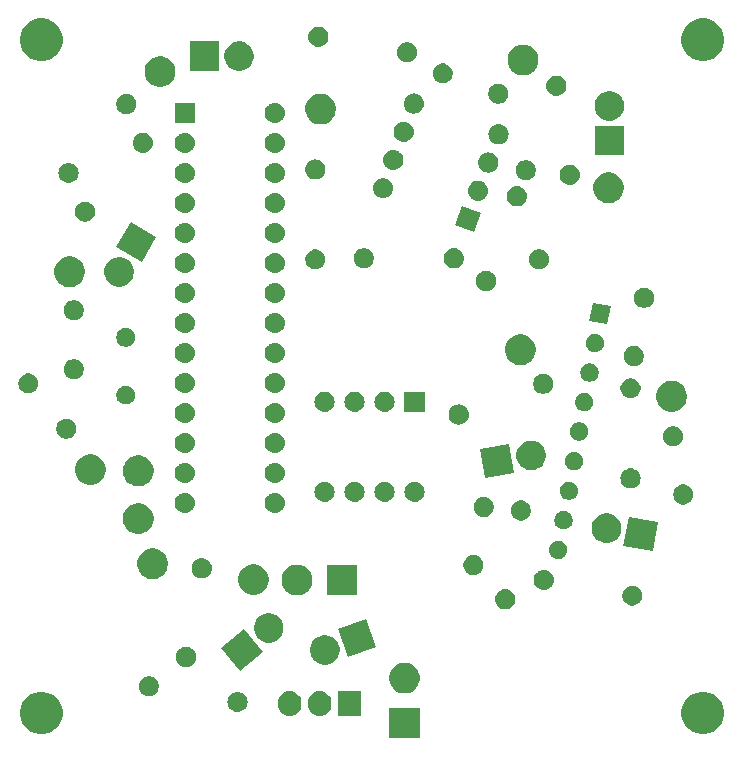
<source format=gbr>
G04 #@! TF.GenerationSoftware,KiCad,Pcbnew,(5.1.2-1)-1*
G04 #@! TF.CreationDate,2021-11-09T11:57:47-05:00*
G04 #@! TF.ProjectId,lil_duder,6c696c5f-6475-4646-9572-2e6b69636164,rev?*
G04 #@! TF.SameCoordinates,Original*
G04 #@! TF.FileFunction,Soldermask,Bot*
G04 #@! TF.FilePolarity,Negative*
%FSLAX46Y46*%
G04 Gerber Fmt 4.6, Leading zero omitted, Abs format (unit mm)*
G04 Created by KiCad (PCBNEW (5.1.2-1)-1) date 2021-11-09 11:57:47*
%MOMM*%
%LPD*%
G04 APERTURE LIST*
%ADD10C,0.100000*%
G04 APERTURE END LIST*
D10*
G36*
X49050680Y-76150680D02*
G01*
X46449320Y-76150680D01*
X46449320Y-73549320D01*
X49050680Y-73549320D01*
X49050680Y-76150680D01*
X49050680Y-76150680D01*
G37*
G36*
X73525331Y-72268211D02*
G01*
X73853092Y-72403974D01*
X74148070Y-72601072D01*
X74398928Y-72851930D01*
X74596026Y-73146908D01*
X74731789Y-73474669D01*
X74801000Y-73822616D01*
X74801000Y-74177384D01*
X74731789Y-74525331D01*
X74596026Y-74853092D01*
X74398928Y-75148070D01*
X74148070Y-75398928D01*
X73853092Y-75596026D01*
X73525331Y-75731789D01*
X73177384Y-75801000D01*
X72822616Y-75801000D01*
X72474669Y-75731789D01*
X72146908Y-75596026D01*
X71851930Y-75398928D01*
X71601072Y-75148070D01*
X71403974Y-74853092D01*
X71268211Y-74525331D01*
X71199000Y-74177384D01*
X71199000Y-73822616D01*
X71268211Y-73474669D01*
X71403974Y-73146908D01*
X71601072Y-72851930D01*
X71851930Y-72601072D01*
X72146908Y-72403974D01*
X72474669Y-72268211D01*
X72822616Y-72199000D01*
X73177384Y-72199000D01*
X73525331Y-72268211D01*
X73525331Y-72268211D01*
G37*
G36*
X17525331Y-72268211D02*
G01*
X17853092Y-72403974D01*
X18148070Y-72601072D01*
X18398928Y-72851930D01*
X18596026Y-73146908D01*
X18731789Y-73474669D01*
X18801000Y-73822616D01*
X18801000Y-74177384D01*
X18731789Y-74525331D01*
X18596026Y-74853092D01*
X18398928Y-75148070D01*
X18148070Y-75398928D01*
X17853092Y-75596026D01*
X17525331Y-75731789D01*
X17177384Y-75801000D01*
X16822616Y-75801000D01*
X16474669Y-75731789D01*
X16146908Y-75596026D01*
X15851930Y-75398928D01*
X15601072Y-75148070D01*
X15403974Y-74853092D01*
X15268211Y-74525331D01*
X15199000Y-74177384D01*
X15199000Y-73822616D01*
X15268211Y-73474669D01*
X15403974Y-73146908D01*
X15601072Y-72851930D01*
X15851930Y-72601072D01*
X16146908Y-72403974D01*
X16474669Y-72268211D01*
X16822616Y-72199000D01*
X17177384Y-72199000D01*
X17525331Y-72268211D01*
X17525331Y-72268211D01*
G37*
G36*
X38216719Y-72163522D02*
G01*
X38405880Y-72220903D01*
X38580211Y-72314085D01*
X38733014Y-72439487D01*
X38858416Y-72592290D01*
X38863110Y-72601072D01*
X38951597Y-72766619D01*
X38951598Y-72766622D01*
X39008979Y-72955783D01*
X39023499Y-73103209D01*
X39023499Y-73296796D01*
X39008979Y-73444222D01*
X38951598Y-73633383D01*
X38858416Y-73807714D01*
X38733014Y-73960517D01*
X38580211Y-74085919D01*
X38498332Y-74129684D01*
X38405882Y-74179100D01*
X38405879Y-74179101D01*
X38216718Y-74236482D01*
X38019999Y-74255857D01*
X37823279Y-74236482D01*
X37634118Y-74179101D01*
X37459787Y-74085919D01*
X37306984Y-73960517D01*
X37181582Y-73807714D01*
X37112174Y-73677860D01*
X37088401Y-73633385D01*
X37088400Y-73633382D01*
X37031019Y-73444221D01*
X37016499Y-73296795D01*
X37016499Y-73103208D01*
X37031019Y-72955782D01*
X37088400Y-72766621D01*
X37181582Y-72592290D01*
X37306984Y-72439487D01*
X37459787Y-72314085D01*
X37634119Y-72220903D01*
X37823280Y-72163522D01*
X38019999Y-72144147D01*
X38216719Y-72163522D01*
X38216719Y-72163522D01*
G37*
G36*
X40756719Y-72163522D02*
G01*
X40945880Y-72220903D01*
X41120211Y-72314085D01*
X41273014Y-72439487D01*
X41398416Y-72592290D01*
X41403110Y-72601072D01*
X41491597Y-72766619D01*
X41491598Y-72766622D01*
X41548979Y-72955783D01*
X41563499Y-73103209D01*
X41563499Y-73296796D01*
X41548979Y-73444222D01*
X41491598Y-73633383D01*
X41398416Y-73807714D01*
X41273014Y-73960517D01*
X41120211Y-74085919D01*
X41038332Y-74129684D01*
X40945882Y-74179100D01*
X40945879Y-74179101D01*
X40756718Y-74236482D01*
X40559999Y-74255857D01*
X40363279Y-74236482D01*
X40174118Y-74179101D01*
X39999787Y-74085919D01*
X39846984Y-73960517D01*
X39721582Y-73807714D01*
X39652174Y-73677860D01*
X39628401Y-73633385D01*
X39628400Y-73633382D01*
X39571019Y-73444221D01*
X39556499Y-73296795D01*
X39556499Y-73103208D01*
X39571019Y-72955782D01*
X39628400Y-72766621D01*
X39721582Y-72592290D01*
X39846984Y-72439487D01*
X39999787Y-72314085D01*
X40174119Y-72220903D01*
X40363280Y-72163522D01*
X40559999Y-72144147D01*
X40756719Y-72163522D01*
X40756719Y-72163522D01*
G37*
G36*
X44103499Y-74251002D02*
G01*
X42096499Y-74251002D01*
X42096499Y-72149002D01*
X44103499Y-72149002D01*
X44103499Y-74251002D01*
X44103499Y-74251002D01*
G37*
G36*
X33771058Y-72234514D02*
G01*
X33931477Y-72283177D01*
X34039057Y-72340680D01*
X34079313Y-72362197D01*
X34208894Y-72468542D01*
X34315239Y-72598123D01*
X34315240Y-72598125D01*
X34394259Y-72745959D01*
X34442922Y-72906378D01*
X34459352Y-73073201D01*
X34442922Y-73240024D01*
X34394259Y-73400443D01*
X34354585Y-73474668D01*
X34315239Y-73548279D01*
X34208894Y-73677860D01*
X34079313Y-73784205D01*
X34079311Y-73784206D01*
X33931477Y-73863225D01*
X33771058Y-73911888D01*
X33646039Y-73924201D01*
X33562431Y-73924201D01*
X33437412Y-73911888D01*
X33276993Y-73863225D01*
X33129159Y-73784206D01*
X33129157Y-73784205D01*
X32999576Y-73677860D01*
X32893231Y-73548279D01*
X32853885Y-73474668D01*
X32814211Y-73400443D01*
X32765548Y-73240024D01*
X32749118Y-73073201D01*
X32765548Y-72906378D01*
X32814211Y-72745959D01*
X32893230Y-72598125D01*
X32893231Y-72598123D01*
X32999576Y-72468542D01*
X33129157Y-72362197D01*
X33169413Y-72340680D01*
X33276993Y-72283177D01*
X33437412Y-72234514D01*
X33562431Y-72222201D01*
X33646039Y-72222201D01*
X33771058Y-72234514D01*
X33771058Y-72234514D01*
G37*
G36*
X26348228Y-70931705D02*
G01*
X26503100Y-70995855D01*
X26642481Y-71088987D01*
X26761015Y-71207521D01*
X26854147Y-71346902D01*
X26918297Y-71501774D01*
X26951000Y-71666186D01*
X26951000Y-71833818D01*
X26918297Y-71998230D01*
X26854147Y-72153102D01*
X26761015Y-72292483D01*
X26642481Y-72411017D01*
X26503100Y-72504149D01*
X26348228Y-72568299D01*
X26183816Y-72601002D01*
X26016184Y-72601002D01*
X25851772Y-72568299D01*
X25696900Y-72504149D01*
X25557519Y-72411017D01*
X25438985Y-72292483D01*
X25345853Y-72153102D01*
X25281703Y-71998230D01*
X25249000Y-71833818D01*
X25249000Y-71666186D01*
X25281703Y-71501774D01*
X25345853Y-71346902D01*
X25438985Y-71207521D01*
X25557519Y-71088987D01*
X25696900Y-70995855D01*
X25851772Y-70931705D01*
X26016184Y-70899002D01*
X26183816Y-70899002D01*
X26348228Y-70931705D01*
X26348228Y-70931705D01*
G37*
G36*
X48129393Y-69789304D02*
G01*
X48366101Y-69887352D01*
X48366103Y-69887353D01*
X48579135Y-70029696D01*
X48760304Y-70210865D01*
X48902647Y-70423897D01*
X48902648Y-70423899D01*
X49000696Y-70660607D01*
X49050680Y-70911893D01*
X49050680Y-71168107D01*
X49000696Y-71419393D01*
X48902648Y-71656101D01*
X48902647Y-71656103D01*
X48760304Y-71869135D01*
X48579135Y-72050304D01*
X48366103Y-72192647D01*
X48366102Y-72192648D01*
X48366101Y-72192648D01*
X48129393Y-72290696D01*
X47878107Y-72340680D01*
X47621893Y-72340680D01*
X47370607Y-72290696D01*
X47133899Y-72192648D01*
X47133898Y-72192648D01*
X47133897Y-72192647D01*
X46920865Y-72050304D01*
X46739696Y-71869135D01*
X46597353Y-71656103D01*
X46597352Y-71656101D01*
X46499304Y-71419393D01*
X46449320Y-71168107D01*
X46449320Y-70911893D01*
X46499304Y-70660607D01*
X46597352Y-70423899D01*
X46597353Y-70423897D01*
X46739696Y-70210865D01*
X46920865Y-70029696D01*
X47133897Y-69887353D01*
X47133899Y-69887352D01*
X47370607Y-69789304D01*
X47621893Y-69739320D01*
X47878107Y-69739320D01*
X48129393Y-69789304D01*
X48129393Y-69789304D01*
G37*
G36*
X35777964Y-68824429D02*
G01*
X33861321Y-70432684D01*
X32253066Y-68516041D01*
X34169709Y-66907786D01*
X35777964Y-68824429D01*
X35777964Y-68824429D01*
G37*
G36*
X29498230Y-68431700D02*
G01*
X29653102Y-68495850D01*
X29792483Y-68588982D01*
X29911017Y-68707516D01*
X30004149Y-68846897D01*
X30068299Y-69001769D01*
X30101002Y-69166181D01*
X30101002Y-69333813D01*
X30068299Y-69498225D01*
X30004149Y-69653097D01*
X29911017Y-69792478D01*
X29792483Y-69911012D01*
X29653102Y-70004144D01*
X29498230Y-70068294D01*
X29333818Y-70100997D01*
X29166186Y-70100997D01*
X29001774Y-70068294D01*
X28846902Y-70004144D01*
X28707521Y-69911012D01*
X28588987Y-69792478D01*
X28495855Y-69653097D01*
X28431705Y-69498225D01*
X28399002Y-69333813D01*
X28399002Y-69166181D01*
X28431705Y-69001769D01*
X28495855Y-68846897D01*
X28588987Y-68707516D01*
X28707521Y-68588982D01*
X28846902Y-68495850D01*
X29001774Y-68431700D01*
X29166186Y-68398997D01*
X29333818Y-68398997D01*
X29498230Y-68431700D01*
X29498230Y-68431700D01*
G37*
G36*
X41368827Y-67451787D02*
G01*
X41596495Y-67546090D01*
X41801390Y-67682997D01*
X41975639Y-67857246D01*
X42112546Y-68062141D01*
X42112547Y-68062143D01*
X42206849Y-68289809D01*
X42254924Y-68531498D01*
X42254924Y-68777926D01*
X42206849Y-69019615D01*
X42146140Y-69166181D01*
X42112546Y-69247283D01*
X41975639Y-69452178D01*
X41801390Y-69626427D01*
X41596495Y-69763334D01*
X41596494Y-69763335D01*
X41596493Y-69763335D01*
X41368827Y-69857637D01*
X41127138Y-69905712D01*
X40880710Y-69905712D01*
X40639021Y-69857637D01*
X40411355Y-69763335D01*
X40411354Y-69763335D01*
X40411353Y-69763334D01*
X40206458Y-69626427D01*
X40032209Y-69452178D01*
X39895302Y-69247283D01*
X39861709Y-69166181D01*
X39800999Y-69019615D01*
X39752924Y-68777926D01*
X39752924Y-68531498D01*
X39800999Y-68289809D01*
X39895301Y-68062143D01*
X39895302Y-68062141D01*
X40032209Y-67857246D01*
X40206458Y-67682997D01*
X40411353Y-67546090D01*
X40639021Y-67451787D01*
X40880710Y-67403712D01*
X41127138Y-67403712D01*
X41368827Y-67451787D01*
X41368827Y-67451787D01*
G37*
G36*
X45352189Y-68403359D02*
G01*
X43001078Y-69259094D01*
X42145343Y-66907983D01*
X44496454Y-66052248D01*
X45352189Y-68403359D01*
X45352189Y-68403359D01*
G37*
G36*
X36618034Y-65589728D02*
G01*
X36845702Y-65684031D01*
X37050597Y-65820938D01*
X37224846Y-65995187D01*
X37361753Y-66200082D01*
X37456056Y-66427750D01*
X37504131Y-66669440D01*
X37504131Y-66915866D01*
X37456056Y-67157556D01*
X37361753Y-67385224D01*
X37224846Y-67590119D01*
X37050597Y-67764368D01*
X36845702Y-67901275D01*
X36845701Y-67901276D01*
X36845700Y-67901276D01*
X36618034Y-67995578D01*
X36376345Y-68043653D01*
X36129917Y-68043653D01*
X35888228Y-67995578D01*
X35660562Y-67901276D01*
X35660561Y-67901276D01*
X35660560Y-67901275D01*
X35455665Y-67764368D01*
X35281416Y-67590119D01*
X35144509Y-67385224D01*
X35050206Y-67157556D01*
X35002131Y-66915866D01*
X35002131Y-66669440D01*
X35050206Y-66427750D01*
X35144509Y-66200082D01*
X35281416Y-65995187D01*
X35455665Y-65820938D01*
X35660560Y-65684031D01*
X35888228Y-65589728D01*
X36129917Y-65541653D01*
X36376345Y-65541653D01*
X36618034Y-65589728D01*
X36618034Y-65589728D01*
G37*
G36*
X56441816Y-63526558D02*
G01*
X56602235Y-63575221D01*
X56734899Y-63646131D01*
X56750071Y-63654241D01*
X56879652Y-63760586D01*
X56985997Y-63890167D01*
X56985998Y-63890169D01*
X57065017Y-64038003D01*
X57113680Y-64198422D01*
X57130110Y-64365245D01*
X57113680Y-64532068D01*
X57065017Y-64692487D01*
X56999881Y-64814347D01*
X56985997Y-64840323D01*
X56879652Y-64969904D01*
X56750071Y-65076249D01*
X56750069Y-65076250D01*
X56602235Y-65155269D01*
X56441816Y-65203932D01*
X56316797Y-65216245D01*
X56233189Y-65216245D01*
X56108170Y-65203932D01*
X55947751Y-65155269D01*
X55799917Y-65076250D01*
X55799915Y-65076249D01*
X55670334Y-64969904D01*
X55563989Y-64840323D01*
X55550105Y-64814347D01*
X55484969Y-64692487D01*
X55436306Y-64532068D01*
X55419876Y-64365245D01*
X55436306Y-64198422D01*
X55484969Y-64038003D01*
X55563988Y-63890169D01*
X55563989Y-63890167D01*
X55670334Y-63760586D01*
X55799915Y-63654241D01*
X55815087Y-63646131D01*
X55947751Y-63575221D01*
X56108170Y-63526558D01*
X56233189Y-63514245D01*
X56316797Y-63514245D01*
X56441816Y-63526558D01*
X56441816Y-63526558D01*
G37*
G36*
X67289757Y-63241903D02*
G01*
X67444629Y-63306053D01*
X67584010Y-63399185D01*
X67702544Y-63517719D01*
X67795676Y-63657100D01*
X67859826Y-63811972D01*
X67892529Y-63976384D01*
X67892529Y-64144016D01*
X67859826Y-64308428D01*
X67795676Y-64463300D01*
X67702544Y-64602681D01*
X67584010Y-64721215D01*
X67444629Y-64814347D01*
X67289757Y-64878497D01*
X67125345Y-64911200D01*
X66957713Y-64911200D01*
X66793301Y-64878497D01*
X66638429Y-64814347D01*
X66499048Y-64721215D01*
X66380514Y-64602681D01*
X66287382Y-64463300D01*
X66223232Y-64308428D01*
X66190529Y-64144016D01*
X66190529Y-63976384D01*
X66223232Y-63811972D01*
X66287382Y-63657100D01*
X66380514Y-63517719D01*
X66499048Y-63399185D01*
X66638429Y-63306053D01*
X66793301Y-63241903D01*
X66957713Y-63209200D01*
X67125345Y-63209200D01*
X67289757Y-63241903D01*
X67289757Y-63241903D01*
G37*
G36*
X43750682Y-64050679D02*
G01*
X41149322Y-64050679D01*
X41149322Y-61449319D01*
X43750682Y-61449319D01*
X43750682Y-64050679D01*
X43750682Y-64050679D01*
G37*
G36*
X39019395Y-61499303D02*
G01*
X39256103Y-61597351D01*
X39256105Y-61597352D01*
X39469137Y-61739695D01*
X39650306Y-61920864D01*
X39792649Y-62133896D01*
X39792650Y-62133898D01*
X39890698Y-62370606D01*
X39940682Y-62621892D01*
X39940682Y-62878106D01*
X39890698Y-63129392D01*
X39844094Y-63241903D01*
X39792649Y-63366102D01*
X39650306Y-63579134D01*
X39469137Y-63760303D01*
X39256105Y-63902646D01*
X39256104Y-63902647D01*
X39256103Y-63902647D01*
X39019395Y-64000695D01*
X38768109Y-64050679D01*
X38511895Y-64050679D01*
X38260609Y-64000695D01*
X38023901Y-63902647D01*
X38023900Y-63902647D01*
X38023899Y-63902646D01*
X37810867Y-63760303D01*
X37629698Y-63579134D01*
X37487355Y-63366102D01*
X37435910Y-63241903D01*
X37389306Y-63129392D01*
X37339322Y-62878106D01*
X37339322Y-62621892D01*
X37389306Y-62370606D01*
X37487354Y-62133898D01*
X37487355Y-62133896D01*
X37629698Y-61920864D01*
X37810867Y-61739695D01*
X38023899Y-61597352D01*
X38023901Y-61597351D01*
X38260609Y-61499303D01*
X38511895Y-61449319D01*
X38768109Y-61449319D01*
X39019395Y-61499303D01*
X39019395Y-61499303D01*
G37*
G36*
X35329391Y-61449305D02*
G01*
X35566099Y-61547353D01*
X35566101Y-61547354D01*
X35779133Y-61689697D01*
X35960302Y-61870866D01*
X36064451Y-62026737D01*
X36102646Y-62083900D01*
X36200694Y-62320608D01*
X36250678Y-62571894D01*
X36250678Y-62828108D01*
X36200694Y-63079394D01*
X36106809Y-63306052D01*
X36102645Y-63316104D01*
X35960302Y-63529136D01*
X35779133Y-63710305D01*
X35566101Y-63852648D01*
X35566100Y-63852649D01*
X35566099Y-63852649D01*
X35329391Y-63950697D01*
X35078105Y-64000681D01*
X34821891Y-64000681D01*
X34570605Y-63950697D01*
X34333897Y-63852649D01*
X34333896Y-63852649D01*
X34333895Y-63852648D01*
X34120863Y-63710305D01*
X33939694Y-63529136D01*
X33797351Y-63316104D01*
X33793187Y-63306052D01*
X33699302Y-63079394D01*
X33649318Y-62828108D01*
X33649318Y-62571894D01*
X33699302Y-62320608D01*
X33797350Y-62083900D01*
X33835545Y-62026737D01*
X33939694Y-61870866D01*
X34120863Y-61689697D01*
X34333895Y-61547354D01*
X34333897Y-61547353D01*
X34570605Y-61449305D01*
X34821891Y-61399321D01*
X35078105Y-61399321D01*
X35329391Y-61449305D01*
X35329391Y-61449305D01*
G37*
G36*
X59704117Y-61898314D02*
G01*
X59864536Y-61946977D01*
X59997200Y-62017887D01*
X60012372Y-62025997D01*
X60141953Y-62132342D01*
X60248298Y-62261923D01*
X60248299Y-62261925D01*
X60327318Y-62409759D01*
X60375981Y-62570178D01*
X60392411Y-62737001D01*
X60375981Y-62903824D01*
X60327318Y-63064243D01*
X60256408Y-63196907D01*
X60248298Y-63212079D01*
X60141953Y-63341660D01*
X60012372Y-63448005D01*
X60012370Y-63448006D01*
X59864536Y-63527025D01*
X59864533Y-63527026D01*
X59857577Y-63529136D01*
X59704117Y-63575688D01*
X59579098Y-63588001D01*
X59495490Y-63588001D01*
X59370471Y-63575688D01*
X59217011Y-63529136D01*
X59210055Y-63527026D01*
X59210052Y-63527025D01*
X59062218Y-63448006D01*
X59062216Y-63448005D01*
X58932635Y-63341660D01*
X58826290Y-63212079D01*
X58818180Y-63196907D01*
X58747270Y-63064243D01*
X58698607Y-62903824D01*
X58682177Y-62737001D01*
X58698607Y-62570178D01*
X58747270Y-62409759D01*
X58826289Y-62261925D01*
X58826290Y-62261923D01*
X58932635Y-62132342D01*
X59062216Y-62025997D01*
X59077388Y-62017887D01*
X59210052Y-61946977D01*
X59370471Y-61898314D01*
X59495490Y-61886001D01*
X59579098Y-61886001D01*
X59704117Y-61898314D01*
X59704117Y-61898314D01*
G37*
G36*
X26804393Y-60124304D02*
G01*
X27041101Y-60222352D01*
X27041103Y-60222353D01*
X27254135Y-60364696D01*
X27435304Y-60545865D01*
X27558412Y-60730110D01*
X27577648Y-60758899D01*
X27675696Y-60995607D01*
X27725680Y-61246893D01*
X27725680Y-61503107D01*
X27675696Y-61754393D01*
X27606741Y-61920864D01*
X27577647Y-61991103D01*
X27435304Y-62204135D01*
X27254135Y-62385304D01*
X27041103Y-62527647D01*
X27041102Y-62527648D01*
X27041101Y-62527648D01*
X26804393Y-62625696D01*
X26553107Y-62675680D01*
X26296893Y-62675680D01*
X26045607Y-62625696D01*
X25808899Y-62527648D01*
X25808898Y-62527648D01*
X25808897Y-62527647D01*
X25595865Y-62385304D01*
X25414696Y-62204135D01*
X25272353Y-61991103D01*
X25243259Y-61920864D01*
X25174304Y-61754393D01*
X25124320Y-61503107D01*
X25124320Y-61246893D01*
X25174304Y-60995607D01*
X25272352Y-60758899D01*
X25291588Y-60730110D01*
X25414696Y-60545865D01*
X25595865Y-60364696D01*
X25808897Y-60222353D01*
X25808899Y-60222352D01*
X26045607Y-60124304D01*
X26296893Y-60074320D01*
X26553107Y-60074320D01*
X26804393Y-60124304D01*
X26804393Y-60124304D01*
G37*
G36*
X30740024Y-60907075D02*
G01*
X30900443Y-60955738D01*
X31033107Y-61026648D01*
X31048279Y-61034758D01*
X31177860Y-61141103D01*
X31284205Y-61270684D01*
X31284206Y-61270686D01*
X31363225Y-61418520D01*
X31411888Y-61578939D01*
X31428318Y-61745762D01*
X31411888Y-61912585D01*
X31363225Y-62073004D01*
X31330676Y-62133898D01*
X31284205Y-62220840D01*
X31177860Y-62350421D01*
X31048279Y-62456766D01*
X31048277Y-62456767D01*
X30900443Y-62535786D01*
X30740024Y-62584449D01*
X30615005Y-62596762D01*
X30531397Y-62596762D01*
X30406378Y-62584449D01*
X30245959Y-62535786D01*
X30098125Y-62456767D01*
X30098123Y-62456766D01*
X29968542Y-62350421D01*
X29862197Y-62220840D01*
X29815726Y-62133898D01*
X29783177Y-62073004D01*
X29734514Y-61912585D01*
X29718084Y-61745762D01*
X29734514Y-61578939D01*
X29783177Y-61418520D01*
X29862196Y-61270686D01*
X29862197Y-61270684D01*
X29968542Y-61141103D01*
X30098123Y-61034758D01*
X30113295Y-61026648D01*
X30245959Y-60955738D01*
X30406378Y-60907075D01*
X30531397Y-60894762D01*
X30615005Y-60894762D01*
X30740024Y-60907075D01*
X30740024Y-60907075D01*
G37*
G36*
X53832621Y-60665960D02*
G01*
X53987493Y-60730110D01*
X54126874Y-60823242D01*
X54245408Y-60941776D01*
X54338540Y-61081157D01*
X54402690Y-61236029D01*
X54435393Y-61400441D01*
X54435393Y-61568073D01*
X54402690Y-61732485D01*
X54338540Y-61887357D01*
X54245408Y-62026738D01*
X54126874Y-62145272D01*
X53987493Y-62238404D01*
X53832621Y-62302554D01*
X53668209Y-62335257D01*
X53500577Y-62335257D01*
X53336165Y-62302554D01*
X53181293Y-62238404D01*
X53041912Y-62145272D01*
X52923378Y-62026738D01*
X52830246Y-61887357D01*
X52766096Y-61732485D01*
X52733393Y-61568073D01*
X52733393Y-61400441D01*
X52766096Y-61236029D01*
X52830246Y-61081157D01*
X52923378Y-60941776D01*
X53041912Y-60823242D01*
X53181293Y-60730110D01*
X53336165Y-60665960D01*
X53500577Y-60633257D01*
X53668209Y-60633257D01*
X53832621Y-60665960D01*
X53832621Y-60665960D01*
G37*
G36*
X60996004Y-59436006D02*
G01*
X60996006Y-59436007D01*
X60996007Y-59436007D01*
X61137230Y-59494503D01*
X61137233Y-59494505D01*
X61264325Y-59579425D01*
X61372417Y-59687517D01*
X61457337Y-59814609D01*
X61457339Y-59814612D01*
X61483916Y-59878776D01*
X61515836Y-59955838D01*
X61545656Y-60105755D01*
X61545656Y-60258617D01*
X61524556Y-60364696D01*
X61515835Y-60408537D01*
X61457339Y-60549760D01*
X61457337Y-60549763D01*
X61372417Y-60676855D01*
X61264325Y-60784947D01*
X61207012Y-60823242D01*
X61137230Y-60869869D01*
X60996007Y-60928365D01*
X60996006Y-60928365D01*
X60996004Y-60928366D01*
X60846087Y-60958186D01*
X60693225Y-60958186D01*
X60543308Y-60928366D01*
X60543306Y-60928365D01*
X60543305Y-60928365D01*
X60402082Y-60869869D01*
X60332300Y-60823242D01*
X60274987Y-60784947D01*
X60166895Y-60676855D01*
X60081975Y-60549763D01*
X60081973Y-60549760D01*
X60023477Y-60408537D01*
X60014757Y-60364696D01*
X59993656Y-60258617D01*
X59993656Y-60105755D01*
X60023476Y-59955838D01*
X60055396Y-59878776D01*
X60081973Y-59814612D01*
X60081975Y-59814609D01*
X60166895Y-59687517D01*
X60274987Y-59579425D01*
X60402079Y-59494505D01*
X60402082Y-59494503D01*
X60543305Y-59436007D01*
X60543306Y-59436007D01*
X60543308Y-59436006D01*
X60693225Y-59406186D01*
X60846087Y-59406186D01*
X60996004Y-59436006D01*
X60996004Y-59436006D01*
G37*
G36*
X69181560Y-57849254D02*
G01*
X68747093Y-60313243D01*
X66283104Y-59878776D01*
X66717571Y-57414787D01*
X69181560Y-57849254D01*
X69181560Y-57849254D01*
G37*
G36*
X65220611Y-57153864D02*
G01*
X65383255Y-57221233D01*
X65448279Y-57248167D01*
X65653174Y-57385074D01*
X65827423Y-57559323D01*
X65959644Y-57757205D01*
X65964331Y-57764220D01*
X66058633Y-57991886D01*
X66093287Y-58166101D01*
X66106708Y-58233576D01*
X66106708Y-58480002D01*
X66058633Y-58721692D01*
X65964330Y-58949360D01*
X65827423Y-59154255D01*
X65653174Y-59328504D01*
X65448279Y-59465411D01*
X65448278Y-59465412D01*
X65448277Y-59465412D01*
X65220611Y-59559714D01*
X64978922Y-59607789D01*
X64732494Y-59607789D01*
X64490805Y-59559714D01*
X64263139Y-59465412D01*
X64263138Y-59465412D01*
X64263137Y-59465411D01*
X64058242Y-59328504D01*
X63883993Y-59154255D01*
X63747086Y-58949360D01*
X63652783Y-58721692D01*
X63604708Y-58480002D01*
X63604708Y-58233576D01*
X63618130Y-58166101D01*
X63652783Y-57991886D01*
X63747085Y-57764220D01*
X63751772Y-57757205D01*
X63883993Y-57559323D01*
X64058242Y-57385074D01*
X64263137Y-57248167D01*
X64328162Y-57221233D01*
X64490805Y-57153864D01*
X64732494Y-57105789D01*
X64978922Y-57105789D01*
X65220611Y-57153864D01*
X65220611Y-57153864D01*
G37*
G36*
X25579393Y-56299304D02*
G01*
X25816101Y-56397352D01*
X25816103Y-56397353D01*
X26029135Y-56539696D01*
X26210304Y-56720865D01*
X26352647Y-56933897D01*
X26352648Y-56933899D01*
X26450696Y-57170607D01*
X26500680Y-57421893D01*
X26500680Y-57678107D01*
X26450696Y-57929393D01*
X26352648Y-58166101D01*
X26352647Y-58166103D01*
X26210304Y-58379135D01*
X26029135Y-58560304D01*
X25816103Y-58702647D01*
X25816102Y-58702648D01*
X25816101Y-58702648D01*
X25579393Y-58800696D01*
X25328107Y-58850680D01*
X25071893Y-58850680D01*
X24820607Y-58800696D01*
X24583899Y-58702648D01*
X24583898Y-58702648D01*
X24583897Y-58702647D01*
X24370865Y-58560304D01*
X24189696Y-58379135D01*
X24047353Y-58166103D01*
X24047352Y-58166101D01*
X23949304Y-57929393D01*
X23899320Y-57678107D01*
X23899320Y-57421893D01*
X23949304Y-57170607D01*
X24047352Y-56933899D01*
X24047353Y-56933897D01*
X24189696Y-56720865D01*
X24370865Y-56539696D01*
X24583897Y-56397353D01*
X24583899Y-56397352D01*
X24820607Y-56299304D01*
X25071893Y-56249320D01*
X25328107Y-56249320D01*
X25579393Y-56299304D01*
X25579393Y-56299304D01*
G37*
G36*
X61437070Y-56934594D02*
G01*
X61437072Y-56934595D01*
X61437073Y-56934595D01*
X61578296Y-56993091D01*
X61578299Y-56993093D01*
X61705391Y-57078013D01*
X61813483Y-57186105D01*
X61854951Y-57248167D01*
X61898405Y-57313200D01*
X61943427Y-57421894D01*
X61956902Y-57454426D01*
X61986722Y-57604343D01*
X61986722Y-57757205D01*
X61968413Y-57849254D01*
X61956901Y-57907125D01*
X61898405Y-58048348D01*
X61898403Y-58048351D01*
X61813483Y-58175443D01*
X61705391Y-58283535D01*
X61578299Y-58368455D01*
X61578296Y-58368457D01*
X61437073Y-58426953D01*
X61437072Y-58426953D01*
X61437070Y-58426954D01*
X61287153Y-58456774D01*
X61134291Y-58456774D01*
X60984374Y-58426954D01*
X60984372Y-58426953D01*
X60984371Y-58426953D01*
X60843148Y-58368457D01*
X60843145Y-58368455D01*
X60716053Y-58283535D01*
X60607961Y-58175443D01*
X60523041Y-58048351D01*
X60523039Y-58048348D01*
X60464543Y-57907125D01*
X60453032Y-57849254D01*
X60434722Y-57757205D01*
X60434722Y-57604343D01*
X60464542Y-57454426D01*
X60478017Y-57421894D01*
X60523039Y-57313200D01*
X60566493Y-57248167D01*
X60607961Y-57186105D01*
X60716053Y-57078013D01*
X60843145Y-56993093D01*
X60843148Y-56993091D01*
X60984371Y-56934595D01*
X60984372Y-56934595D01*
X60984374Y-56934594D01*
X61134291Y-56904774D01*
X61287153Y-56904774D01*
X61437070Y-56934594D01*
X61437070Y-56934594D01*
G37*
G36*
X57846420Y-56042713D02*
G01*
X58001292Y-56106863D01*
X58140673Y-56199995D01*
X58259207Y-56318529D01*
X58352339Y-56457910D01*
X58416489Y-56612782D01*
X58449192Y-56777194D01*
X58449192Y-56944826D01*
X58416489Y-57109238D01*
X58352339Y-57264110D01*
X58259207Y-57403491D01*
X58140673Y-57522025D01*
X58001292Y-57615157D01*
X57846420Y-57679307D01*
X57682008Y-57712010D01*
X57514376Y-57712010D01*
X57349964Y-57679307D01*
X57195092Y-57615157D01*
X57055711Y-57522025D01*
X56937177Y-57403491D01*
X56844045Y-57264110D01*
X56779895Y-57109238D01*
X56747192Y-56944826D01*
X56747192Y-56777194D01*
X56779895Y-56612782D01*
X56844045Y-56457910D01*
X56937177Y-56318529D01*
X57055711Y-56199995D01*
X57195092Y-56106863D01*
X57349964Y-56042713D01*
X57514376Y-56010010D01*
X57682008Y-56010010D01*
X57846420Y-56042713D01*
X57846420Y-56042713D01*
G37*
G36*
X54700862Y-55741921D02*
G01*
X54855734Y-55806071D01*
X54995115Y-55899203D01*
X55113649Y-56017737D01*
X55206781Y-56157118D01*
X55270931Y-56311990D01*
X55303634Y-56476402D01*
X55303634Y-56644034D01*
X55270931Y-56808446D01*
X55206781Y-56963318D01*
X55113649Y-57102699D01*
X54995115Y-57221233D01*
X54855734Y-57314365D01*
X54700862Y-57378515D01*
X54536450Y-57411218D01*
X54368818Y-57411218D01*
X54204406Y-57378515D01*
X54049534Y-57314365D01*
X53910153Y-57221233D01*
X53791619Y-57102699D01*
X53698487Y-56963318D01*
X53634337Y-56808446D01*
X53601634Y-56644034D01*
X53601634Y-56476402D01*
X53634337Y-56311990D01*
X53698487Y-56157118D01*
X53791619Y-56017737D01*
X53910153Y-55899203D01*
X54049534Y-55806071D01*
X54204406Y-55741921D01*
X54368818Y-55709218D01*
X54536450Y-55709218D01*
X54700862Y-55741921D01*
X54700862Y-55741921D01*
G37*
G36*
X36936823Y-55381313D02*
G01*
X37097242Y-55429976D01*
X37229906Y-55500886D01*
X37245078Y-55508996D01*
X37374659Y-55615341D01*
X37481004Y-55744922D01*
X37481005Y-55744924D01*
X37560024Y-55892758D01*
X37608687Y-56053177D01*
X37625117Y-56220000D01*
X37608687Y-56386823D01*
X37560024Y-56547242D01*
X37489114Y-56679906D01*
X37481004Y-56695078D01*
X37374659Y-56824659D01*
X37245078Y-56931004D01*
X37238360Y-56934595D01*
X37097242Y-57010024D01*
X36936823Y-57058687D01*
X36811804Y-57071000D01*
X36728196Y-57071000D01*
X36603177Y-57058687D01*
X36442758Y-57010024D01*
X36301640Y-56934595D01*
X36294922Y-56931004D01*
X36165341Y-56824659D01*
X36058996Y-56695078D01*
X36050886Y-56679906D01*
X35979976Y-56547242D01*
X35931313Y-56386823D01*
X35914883Y-56220000D01*
X35931313Y-56053177D01*
X35979976Y-55892758D01*
X36058995Y-55744924D01*
X36058996Y-55744922D01*
X36165341Y-55615341D01*
X36294922Y-55508996D01*
X36310094Y-55500886D01*
X36442758Y-55429976D01*
X36603177Y-55381313D01*
X36728196Y-55369000D01*
X36811804Y-55369000D01*
X36936823Y-55381313D01*
X36936823Y-55381313D01*
G37*
G36*
X29316823Y-55381313D02*
G01*
X29477242Y-55429976D01*
X29609906Y-55500886D01*
X29625078Y-55508996D01*
X29754659Y-55615341D01*
X29861004Y-55744922D01*
X29861005Y-55744924D01*
X29940024Y-55892758D01*
X29988687Y-56053177D01*
X30005117Y-56220000D01*
X29988687Y-56386823D01*
X29940024Y-56547242D01*
X29869114Y-56679906D01*
X29861004Y-56695078D01*
X29754659Y-56824659D01*
X29625078Y-56931004D01*
X29618360Y-56934595D01*
X29477242Y-57010024D01*
X29316823Y-57058687D01*
X29191804Y-57071000D01*
X29108196Y-57071000D01*
X28983177Y-57058687D01*
X28822758Y-57010024D01*
X28681640Y-56934595D01*
X28674922Y-56931004D01*
X28545341Y-56824659D01*
X28438996Y-56695078D01*
X28430886Y-56679906D01*
X28359976Y-56547242D01*
X28311313Y-56386823D01*
X28294883Y-56220000D01*
X28311313Y-56053177D01*
X28359976Y-55892758D01*
X28438995Y-55744924D01*
X28438996Y-55744922D01*
X28545341Y-55615341D01*
X28674922Y-55508996D01*
X28690094Y-55500886D01*
X28822758Y-55429976D01*
X28983177Y-55381313D01*
X29108196Y-55369000D01*
X29191804Y-55369000D01*
X29316823Y-55381313D01*
X29316823Y-55381313D01*
G37*
G36*
X71598228Y-54681703D02*
G01*
X71753100Y-54745853D01*
X71892481Y-54838985D01*
X72011015Y-54957519D01*
X72104147Y-55096900D01*
X72168297Y-55251772D01*
X72201000Y-55416184D01*
X72201000Y-55583816D01*
X72168297Y-55748228D01*
X72104147Y-55903100D01*
X72011015Y-56042481D01*
X71892481Y-56161015D01*
X71753100Y-56254147D01*
X71598228Y-56318297D01*
X71433816Y-56351000D01*
X71266184Y-56351000D01*
X71101772Y-56318297D01*
X70946900Y-56254147D01*
X70807519Y-56161015D01*
X70688985Y-56042481D01*
X70595853Y-55903100D01*
X70531703Y-55748228D01*
X70499000Y-55583816D01*
X70499000Y-55416184D01*
X70531703Y-55251772D01*
X70595853Y-55096900D01*
X70688985Y-54957519D01*
X70807519Y-54838985D01*
X70946900Y-54745853D01*
X71101772Y-54681703D01*
X71266184Y-54649000D01*
X71433816Y-54649000D01*
X71598228Y-54681703D01*
X71598228Y-54681703D01*
G37*
G36*
X48766823Y-54431313D02*
G01*
X48927242Y-54479976D01*
X48999663Y-54518686D01*
X49075078Y-54558996D01*
X49204659Y-54665341D01*
X49311004Y-54794922D01*
X49311005Y-54794924D01*
X49390024Y-54942758D01*
X49438687Y-55103177D01*
X49455117Y-55270000D01*
X49438687Y-55436823D01*
X49390024Y-55597242D01*
X49319114Y-55729906D01*
X49311004Y-55745078D01*
X49204659Y-55874659D01*
X49075078Y-55981004D01*
X49075076Y-55981005D01*
X48927242Y-56060024D01*
X48766823Y-56108687D01*
X48641804Y-56121000D01*
X48558196Y-56121000D01*
X48433177Y-56108687D01*
X48272758Y-56060024D01*
X48124924Y-55981005D01*
X48124922Y-55981004D01*
X47995341Y-55874659D01*
X47888996Y-55745078D01*
X47880886Y-55729906D01*
X47809976Y-55597242D01*
X47761313Y-55436823D01*
X47744883Y-55270000D01*
X47761313Y-55103177D01*
X47809976Y-54942758D01*
X47888995Y-54794924D01*
X47888996Y-54794922D01*
X47995341Y-54665341D01*
X48124922Y-54558996D01*
X48200337Y-54518686D01*
X48272758Y-54479976D01*
X48433177Y-54431313D01*
X48558196Y-54419000D01*
X48641804Y-54419000D01*
X48766823Y-54431313D01*
X48766823Y-54431313D01*
G37*
G36*
X46226823Y-54431313D02*
G01*
X46387242Y-54479976D01*
X46459663Y-54518686D01*
X46535078Y-54558996D01*
X46664659Y-54665341D01*
X46771004Y-54794922D01*
X46771005Y-54794924D01*
X46850024Y-54942758D01*
X46898687Y-55103177D01*
X46915117Y-55270000D01*
X46898687Y-55436823D01*
X46850024Y-55597242D01*
X46779114Y-55729906D01*
X46771004Y-55745078D01*
X46664659Y-55874659D01*
X46535078Y-55981004D01*
X46535076Y-55981005D01*
X46387242Y-56060024D01*
X46226823Y-56108687D01*
X46101804Y-56121000D01*
X46018196Y-56121000D01*
X45893177Y-56108687D01*
X45732758Y-56060024D01*
X45584924Y-55981005D01*
X45584922Y-55981004D01*
X45455341Y-55874659D01*
X45348996Y-55745078D01*
X45340886Y-55729906D01*
X45269976Y-55597242D01*
X45221313Y-55436823D01*
X45204883Y-55270000D01*
X45221313Y-55103177D01*
X45269976Y-54942758D01*
X45348995Y-54794924D01*
X45348996Y-54794922D01*
X45455341Y-54665341D01*
X45584922Y-54558996D01*
X45660337Y-54518686D01*
X45732758Y-54479976D01*
X45893177Y-54431313D01*
X46018196Y-54419000D01*
X46101804Y-54419000D01*
X46226823Y-54431313D01*
X46226823Y-54431313D01*
G37*
G36*
X43686823Y-54431313D02*
G01*
X43847242Y-54479976D01*
X43919663Y-54518686D01*
X43995078Y-54558996D01*
X44124659Y-54665341D01*
X44231004Y-54794922D01*
X44231005Y-54794924D01*
X44310024Y-54942758D01*
X44358687Y-55103177D01*
X44375117Y-55270000D01*
X44358687Y-55436823D01*
X44310024Y-55597242D01*
X44239114Y-55729906D01*
X44231004Y-55745078D01*
X44124659Y-55874659D01*
X43995078Y-55981004D01*
X43995076Y-55981005D01*
X43847242Y-56060024D01*
X43686823Y-56108687D01*
X43561804Y-56121000D01*
X43478196Y-56121000D01*
X43353177Y-56108687D01*
X43192758Y-56060024D01*
X43044924Y-55981005D01*
X43044922Y-55981004D01*
X42915341Y-55874659D01*
X42808996Y-55745078D01*
X42800886Y-55729906D01*
X42729976Y-55597242D01*
X42681313Y-55436823D01*
X42664883Y-55270000D01*
X42681313Y-55103177D01*
X42729976Y-54942758D01*
X42808995Y-54794924D01*
X42808996Y-54794922D01*
X42915341Y-54665341D01*
X43044922Y-54558996D01*
X43120337Y-54518686D01*
X43192758Y-54479976D01*
X43353177Y-54431313D01*
X43478196Y-54419000D01*
X43561804Y-54419000D01*
X43686823Y-54431313D01*
X43686823Y-54431313D01*
G37*
G36*
X41146823Y-54431313D02*
G01*
X41307242Y-54479976D01*
X41379663Y-54518686D01*
X41455078Y-54558996D01*
X41584659Y-54665341D01*
X41691004Y-54794922D01*
X41691005Y-54794924D01*
X41770024Y-54942758D01*
X41818687Y-55103177D01*
X41835117Y-55270000D01*
X41818687Y-55436823D01*
X41770024Y-55597242D01*
X41699114Y-55729906D01*
X41691004Y-55745078D01*
X41584659Y-55874659D01*
X41455078Y-55981004D01*
X41455076Y-55981005D01*
X41307242Y-56060024D01*
X41146823Y-56108687D01*
X41021804Y-56121000D01*
X40938196Y-56121000D01*
X40813177Y-56108687D01*
X40652758Y-56060024D01*
X40504924Y-55981005D01*
X40504922Y-55981004D01*
X40375341Y-55874659D01*
X40268996Y-55745078D01*
X40260886Y-55729906D01*
X40189976Y-55597242D01*
X40141313Y-55436823D01*
X40124883Y-55270000D01*
X40141313Y-55103177D01*
X40189976Y-54942758D01*
X40268995Y-54794924D01*
X40268996Y-54794922D01*
X40375341Y-54665341D01*
X40504922Y-54558996D01*
X40580337Y-54518686D01*
X40652758Y-54479976D01*
X40813177Y-54431313D01*
X40938196Y-54419000D01*
X41021804Y-54419000D01*
X41146823Y-54431313D01*
X41146823Y-54431313D01*
G37*
G36*
X61878137Y-54433182D02*
G01*
X61878139Y-54433183D01*
X61878140Y-54433183D01*
X62019363Y-54491679D01*
X62019366Y-54491681D01*
X62146458Y-54576601D01*
X62254550Y-54684693D01*
X62328204Y-54794924D01*
X62339472Y-54811788D01*
X62354304Y-54847597D01*
X62397969Y-54953014D01*
X62427789Y-55102931D01*
X62427789Y-55255793D01*
X62402822Y-55381314D01*
X62397968Y-55405713D01*
X62339472Y-55546936D01*
X62339470Y-55546939D01*
X62254550Y-55674031D01*
X62146458Y-55782123D01*
X62110617Y-55806071D01*
X62019363Y-55867045D01*
X61878140Y-55925541D01*
X61878139Y-55925541D01*
X61878137Y-55925542D01*
X61728220Y-55955362D01*
X61575358Y-55955362D01*
X61425441Y-55925542D01*
X61425439Y-55925541D01*
X61425438Y-55925541D01*
X61284215Y-55867045D01*
X61192961Y-55806071D01*
X61157120Y-55782123D01*
X61049028Y-55674031D01*
X60964108Y-55546939D01*
X60964106Y-55546936D01*
X60905610Y-55405713D01*
X60900757Y-55381314D01*
X60875789Y-55255793D01*
X60875789Y-55102931D01*
X60905609Y-54953014D01*
X60949274Y-54847597D01*
X60964106Y-54811788D01*
X60975374Y-54794924D01*
X61049028Y-54684693D01*
X61157120Y-54576601D01*
X61284212Y-54491681D01*
X61284215Y-54491679D01*
X61425438Y-54433183D01*
X61425439Y-54433183D01*
X61425441Y-54433182D01*
X61575358Y-54403362D01*
X61728220Y-54403362D01*
X61878137Y-54433182D01*
X61878137Y-54433182D01*
G37*
G36*
X67052399Y-53297905D02*
G01*
X67212818Y-53346568D01*
X67293061Y-53389459D01*
X67360654Y-53425588D01*
X67490235Y-53531933D01*
X67596580Y-53661514D01*
X67596581Y-53661516D01*
X67675600Y-53809350D01*
X67724263Y-53969769D01*
X67740693Y-54136592D01*
X67724263Y-54303415D01*
X67675600Y-54463834D01*
X67660715Y-54491681D01*
X67596580Y-54611670D01*
X67490235Y-54741251D01*
X67360654Y-54847596D01*
X67360652Y-54847597D01*
X67212818Y-54926616D01*
X67052399Y-54975279D01*
X66927380Y-54987592D01*
X66843772Y-54987592D01*
X66718753Y-54975279D01*
X66558334Y-54926616D01*
X66410500Y-54847597D01*
X66410498Y-54847596D01*
X66280917Y-54741251D01*
X66174572Y-54611670D01*
X66110437Y-54491681D01*
X66095552Y-54463834D01*
X66046889Y-54303415D01*
X66030459Y-54136592D01*
X66046889Y-53969769D01*
X66095552Y-53809350D01*
X66174571Y-53661516D01*
X66174572Y-53661514D01*
X66280917Y-53531933D01*
X66410498Y-53425588D01*
X66478091Y-53389459D01*
X66558334Y-53346568D01*
X66718753Y-53297905D01*
X66843772Y-53285592D01*
X66927380Y-53285592D01*
X67052399Y-53297905D01*
X67052399Y-53297905D01*
G37*
G36*
X25579393Y-52249304D02*
G01*
X25726833Y-52310376D01*
X25816103Y-52347353D01*
X26029135Y-52489696D01*
X26210304Y-52670865D01*
X26315966Y-52829000D01*
X26352648Y-52883899D01*
X26450696Y-53120607D01*
X26500680Y-53371893D01*
X26500680Y-53628107D01*
X26450696Y-53879393D01*
X26352648Y-54116101D01*
X26352647Y-54116103D01*
X26210304Y-54329135D01*
X26029135Y-54510304D01*
X25816103Y-54652647D01*
X25816102Y-54652648D01*
X25816101Y-54652648D01*
X25579393Y-54750696D01*
X25328107Y-54800680D01*
X25071893Y-54800680D01*
X24820607Y-54750696D01*
X24583899Y-54652648D01*
X24583898Y-54652648D01*
X24583897Y-54652647D01*
X24370865Y-54510304D01*
X24189696Y-54329135D01*
X24047353Y-54116103D01*
X24047352Y-54116101D01*
X23949304Y-53879393D01*
X23899320Y-53628107D01*
X23899320Y-53371893D01*
X23949304Y-53120607D01*
X24047352Y-52883899D01*
X24084034Y-52829000D01*
X24189696Y-52670865D01*
X24370865Y-52489696D01*
X24583897Y-52347353D01*
X24673167Y-52310376D01*
X24820607Y-52249304D01*
X25071893Y-52199320D01*
X25328107Y-52199320D01*
X25579393Y-52249304D01*
X25579393Y-52249304D01*
G37*
G36*
X21529393Y-52149304D02*
G01*
X21766101Y-52247352D01*
X21766103Y-52247353D01*
X21979135Y-52389696D01*
X22160304Y-52570865D01*
X22299445Y-52779105D01*
X22302648Y-52783899D01*
X22400696Y-53020607D01*
X22450680Y-53271893D01*
X22450680Y-53528107D01*
X22400696Y-53779393D01*
X22302648Y-54016101D01*
X22302647Y-54016103D01*
X22160304Y-54229135D01*
X21979135Y-54410304D01*
X21766103Y-54552647D01*
X21766102Y-54552648D01*
X21766101Y-54552648D01*
X21529393Y-54650696D01*
X21278107Y-54700680D01*
X21021893Y-54700680D01*
X20770607Y-54650696D01*
X20533899Y-54552648D01*
X20533898Y-54552648D01*
X20533897Y-54552647D01*
X20320865Y-54410304D01*
X20139696Y-54229135D01*
X19997353Y-54016103D01*
X19997352Y-54016101D01*
X19899304Y-53779393D01*
X19849320Y-53528107D01*
X19849320Y-53271893D01*
X19899304Y-53020607D01*
X19997352Y-52783899D01*
X20000555Y-52779105D01*
X20139696Y-52570865D01*
X20320865Y-52389696D01*
X20533897Y-52247353D01*
X20533899Y-52247352D01*
X20770607Y-52149304D01*
X21021893Y-52099320D01*
X21278107Y-52099320D01*
X21529393Y-52149304D01*
X21529393Y-52149304D01*
G37*
G36*
X36936823Y-52841313D02*
G01*
X37097242Y-52889976D01*
X37229906Y-52960886D01*
X37245078Y-52968996D01*
X37374659Y-53075341D01*
X37481004Y-53204922D01*
X37481005Y-53204924D01*
X37560024Y-53352758D01*
X37608687Y-53513177D01*
X37625117Y-53680000D01*
X37608687Y-53846823D01*
X37560024Y-54007242D01*
X37490885Y-54136592D01*
X37481004Y-54155078D01*
X37374659Y-54284659D01*
X37245078Y-54391004D01*
X37245076Y-54391005D01*
X37097242Y-54470024D01*
X36936823Y-54518687D01*
X36811804Y-54531000D01*
X36728196Y-54531000D01*
X36603177Y-54518687D01*
X36442758Y-54470024D01*
X36294924Y-54391005D01*
X36294922Y-54391004D01*
X36165341Y-54284659D01*
X36058996Y-54155078D01*
X36049115Y-54136592D01*
X35979976Y-54007242D01*
X35931313Y-53846823D01*
X35914883Y-53680000D01*
X35931313Y-53513177D01*
X35979976Y-53352758D01*
X36058995Y-53204924D01*
X36058996Y-53204922D01*
X36165341Y-53075341D01*
X36294922Y-52968996D01*
X36310094Y-52960886D01*
X36442758Y-52889976D01*
X36603177Y-52841313D01*
X36728196Y-52829000D01*
X36811804Y-52829000D01*
X36936823Y-52841313D01*
X36936823Y-52841313D01*
G37*
G36*
X29316823Y-52841313D02*
G01*
X29477242Y-52889976D01*
X29609906Y-52960886D01*
X29625078Y-52968996D01*
X29754659Y-53075341D01*
X29861004Y-53204922D01*
X29861005Y-53204924D01*
X29940024Y-53352758D01*
X29988687Y-53513177D01*
X30005117Y-53680000D01*
X29988687Y-53846823D01*
X29940024Y-54007242D01*
X29870885Y-54136592D01*
X29861004Y-54155078D01*
X29754659Y-54284659D01*
X29625078Y-54391004D01*
X29625076Y-54391005D01*
X29477242Y-54470024D01*
X29316823Y-54518687D01*
X29191804Y-54531000D01*
X29108196Y-54531000D01*
X28983177Y-54518687D01*
X28822758Y-54470024D01*
X28674924Y-54391005D01*
X28674922Y-54391004D01*
X28545341Y-54284659D01*
X28438996Y-54155078D01*
X28429115Y-54136592D01*
X28359976Y-54007242D01*
X28311313Y-53846823D01*
X28294883Y-53680000D01*
X28311313Y-53513177D01*
X28359976Y-53352758D01*
X28438995Y-53204924D01*
X28438996Y-53204922D01*
X28545341Y-53075341D01*
X28674922Y-52968996D01*
X28690094Y-52960886D01*
X28822758Y-52889976D01*
X28983177Y-52841313D01*
X29108196Y-52829000D01*
X29191804Y-52829000D01*
X29316823Y-52841313D01*
X29316823Y-52841313D01*
G37*
G36*
X57041816Y-53708522D02*
G01*
X54577827Y-54142989D01*
X54143360Y-51679000D01*
X56607349Y-51244533D01*
X57041816Y-53708522D01*
X57041816Y-53708522D01*
G37*
G36*
X62319203Y-51931770D02*
G01*
X62319205Y-51931771D01*
X62319206Y-51931771D01*
X62460429Y-51990267D01*
X62460432Y-51990269D01*
X62587524Y-52075189D01*
X62695616Y-52183281D01*
X62780118Y-52309747D01*
X62780538Y-52310376D01*
X62795854Y-52347353D01*
X62839035Y-52451602D01*
X62868855Y-52601519D01*
X62868855Y-52754381D01*
X62841884Y-52889976D01*
X62839034Y-52904301D01*
X62780538Y-53045524D01*
X62780536Y-53045527D01*
X62695616Y-53172619D01*
X62587524Y-53280711D01*
X62488963Y-53346567D01*
X62460429Y-53365633D01*
X62319206Y-53424129D01*
X62319205Y-53424129D01*
X62319203Y-53424130D01*
X62169286Y-53453950D01*
X62016424Y-53453950D01*
X61866507Y-53424130D01*
X61866505Y-53424129D01*
X61866504Y-53424129D01*
X61725281Y-53365633D01*
X61696747Y-53346567D01*
X61598186Y-53280711D01*
X61490094Y-53172619D01*
X61405174Y-53045527D01*
X61405172Y-53045524D01*
X61346676Y-52904301D01*
X61343827Y-52889976D01*
X61316855Y-52754381D01*
X61316855Y-52601519D01*
X61346675Y-52451602D01*
X61389856Y-52347353D01*
X61405172Y-52310376D01*
X61405592Y-52309747D01*
X61490094Y-52183281D01*
X61598186Y-52075189D01*
X61725278Y-51990269D01*
X61725281Y-51990267D01*
X61866504Y-51931771D01*
X61866505Y-51931771D01*
X61866507Y-51931770D01*
X62016424Y-51901950D01*
X62169286Y-51901950D01*
X62319203Y-51931770D01*
X62319203Y-51931770D01*
G37*
G36*
X58781659Y-50973175D02*
G01*
X58834114Y-50983609D01*
X59061782Y-51077912D01*
X59266677Y-51214819D01*
X59440926Y-51389068D01*
X59444394Y-51394258D01*
X59577834Y-51593965D01*
X59672136Y-51821631D01*
X59720211Y-52063320D01*
X59720211Y-52309748D01*
X59720086Y-52310376D01*
X59672136Y-52551437D01*
X59577833Y-52779105D01*
X59440926Y-52984000D01*
X59266677Y-53158249D01*
X59061782Y-53295156D01*
X59061781Y-53295157D01*
X59061780Y-53295157D01*
X58834114Y-53389459D01*
X58592425Y-53437534D01*
X58345997Y-53437534D01*
X58104308Y-53389459D01*
X57876642Y-53295157D01*
X57876641Y-53295157D01*
X57876640Y-53295156D01*
X57671745Y-53158249D01*
X57497496Y-52984000D01*
X57360589Y-52779105D01*
X57266286Y-52551437D01*
X57218336Y-52310376D01*
X57218211Y-52309748D01*
X57218211Y-52063320D01*
X57266286Y-51821631D01*
X57360588Y-51593965D01*
X57494028Y-51394258D01*
X57497496Y-51389068D01*
X57671745Y-51214819D01*
X57876640Y-51077912D01*
X58104308Y-50983609D01*
X58156763Y-50973175D01*
X58345997Y-50935534D01*
X58592425Y-50935534D01*
X58781659Y-50973175D01*
X58781659Y-50973175D01*
G37*
G36*
X36936823Y-50301313D02*
G01*
X37097242Y-50349976D01*
X37196231Y-50402887D01*
X37245078Y-50428996D01*
X37374659Y-50535341D01*
X37481004Y-50664922D01*
X37481005Y-50664924D01*
X37560024Y-50812758D01*
X37608687Y-50973177D01*
X37625117Y-51140000D01*
X37608687Y-51306823D01*
X37560024Y-51467242D01*
X37492290Y-51593963D01*
X37481004Y-51615078D01*
X37374659Y-51744659D01*
X37245078Y-51851004D01*
X37245076Y-51851005D01*
X37097242Y-51930024D01*
X36936823Y-51978687D01*
X36811804Y-51991000D01*
X36728196Y-51991000D01*
X36603177Y-51978687D01*
X36442758Y-51930024D01*
X36294924Y-51851005D01*
X36294922Y-51851004D01*
X36165341Y-51744659D01*
X36058996Y-51615078D01*
X36047710Y-51593963D01*
X35979976Y-51467242D01*
X35931313Y-51306823D01*
X35914883Y-51140000D01*
X35931313Y-50973177D01*
X35979976Y-50812758D01*
X36058995Y-50664924D01*
X36058996Y-50664922D01*
X36165341Y-50535341D01*
X36294922Y-50428996D01*
X36343769Y-50402887D01*
X36442758Y-50349976D01*
X36603177Y-50301313D01*
X36728196Y-50289000D01*
X36811804Y-50289000D01*
X36936823Y-50301313D01*
X36936823Y-50301313D01*
G37*
G36*
X29316823Y-50301313D02*
G01*
X29477242Y-50349976D01*
X29576231Y-50402887D01*
X29625078Y-50428996D01*
X29754659Y-50535341D01*
X29861004Y-50664922D01*
X29861005Y-50664924D01*
X29940024Y-50812758D01*
X29988687Y-50973177D01*
X30005117Y-51140000D01*
X29988687Y-51306823D01*
X29940024Y-51467242D01*
X29872290Y-51593963D01*
X29861004Y-51615078D01*
X29754659Y-51744659D01*
X29625078Y-51851004D01*
X29625076Y-51851005D01*
X29477242Y-51930024D01*
X29316823Y-51978687D01*
X29191804Y-51991000D01*
X29108196Y-51991000D01*
X28983177Y-51978687D01*
X28822758Y-51930024D01*
X28674924Y-51851005D01*
X28674922Y-51851004D01*
X28545341Y-51744659D01*
X28438996Y-51615078D01*
X28427710Y-51593963D01*
X28359976Y-51467242D01*
X28311313Y-51306823D01*
X28294883Y-51140000D01*
X28311313Y-50973177D01*
X28359976Y-50812758D01*
X28438995Y-50664924D01*
X28438996Y-50664922D01*
X28545341Y-50535341D01*
X28674922Y-50428996D01*
X28723769Y-50402887D01*
X28822758Y-50349976D01*
X28983177Y-50301313D01*
X29108196Y-50289000D01*
X29191804Y-50289000D01*
X29316823Y-50301313D01*
X29316823Y-50301313D01*
G37*
G36*
X70729987Y-49757664D02*
G01*
X70884859Y-49821814D01*
X71024240Y-49914946D01*
X71142774Y-50033480D01*
X71235906Y-50172861D01*
X71300056Y-50327733D01*
X71332759Y-50492145D01*
X71332759Y-50659777D01*
X71300056Y-50824189D01*
X71235906Y-50979061D01*
X71142774Y-51118442D01*
X71024240Y-51236976D01*
X70884859Y-51330108D01*
X70729987Y-51394258D01*
X70565575Y-51426961D01*
X70397943Y-51426961D01*
X70233531Y-51394258D01*
X70078659Y-51330108D01*
X69939278Y-51236976D01*
X69820744Y-51118442D01*
X69727612Y-50979061D01*
X69663462Y-50824189D01*
X69630759Y-50659777D01*
X69630759Y-50492145D01*
X69663462Y-50327733D01*
X69727612Y-50172861D01*
X69820744Y-50033480D01*
X69939278Y-49914946D01*
X70078659Y-49821814D01*
X70233531Y-49757664D01*
X70397943Y-49724961D01*
X70565575Y-49724961D01*
X70729987Y-49757664D01*
X70729987Y-49757664D01*
G37*
G36*
X62760270Y-49430359D02*
G01*
X62760272Y-49430360D01*
X62760273Y-49430360D01*
X62901496Y-49488856D01*
X62901499Y-49488858D01*
X63028591Y-49573778D01*
X63136683Y-49681870D01*
X63165475Y-49724961D01*
X63221605Y-49808965D01*
X63265503Y-49914946D01*
X63280102Y-49950191D01*
X63309922Y-50100108D01*
X63309922Y-50252970D01*
X63290627Y-50349976D01*
X63280101Y-50402890D01*
X63221605Y-50544113D01*
X63221603Y-50544116D01*
X63136683Y-50671208D01*
X63028591Y-50779300D01*
X62961408Y-50824190D01*
X62901496Y-50864222D01*
X62760273Y-50922718D01*
X62760272Y-50922718D01*
X62760270Y-50922719D01*
X62610353Y-50952539D01*
X62457491Y-50952539D01*
X62307574Y-50922719D01*
X62307572Y-50922718D01*
X62307571Y-50922718D01*
X62166348Y-50864222D01*
X62106436Y-50824190D01*
X62039253Y-50779300D01*
X61931161Y-50671208D01*
X61846241Y-50544116D01*
X61846239Y-50544113D01*
X61787743Y-50402890D01*
X61777218Y-50349976D01*
X61757922Y-50252970D01*
X61757922Y-50100108D01*
X61787742Y-49950191D01*
X61802341Y-49914946D01*
X61846239Y-49808965D01*
X61902369Y-49724961D01*
X61931161Y-49681870D01*
X62039253Y-49573778D01*
X62166345Y-49488858D01*
X62166348Y-49488856D01*
X62307571Y-49430360D01*
X62307572Y-49430360D01*
X62307574Y-49430359D01*
X62457491Y-49400539D01*
X62610353Y-49400539D01*
X62760270Y-49430359D01*
X62760270Y-49430359D01*
G37*
G36*
X19362166Y-49111925D02*
G01*
X19517038Y-49176075D01*
X19656419Y-49269207D01*
X19774953Y-49387741D01*
X19868085Y-49527122D01*
X19932235Y-49681994D01*
X19964938Y-49846406D01*
X19964938Y-50014038D01*
X19932235Y-50178450D01*
X19868085Y-50333322D01*
X19774953Y-50472703D01*
X19656419Y-50591237D01*
X19517038Y-50684369D01*
X19362166Y-50748519D01*
X19197754Y-50781222D01*
X19030122Y-50781222D01*
X18865710Y-50748519D01*
X18710838Y-50684369D01*
X18571457Y-50591237D01*
X18452923Y-50472703D01*
X18359791Y-50333322D01*
X18295641Y-50178450D01*
X18262938Y-50014038D01*
X18262938Y-49846406D01*
X18295641Y-49681994D01*
X18359791Y-49527122D01*
X18452923Y-49387741D01*
X18571457Y-49269207D01*
X18710838Y-49176075D01*
X18865710Y-49111925D01*
X19030122Y-49079222D01*
X19197754Y-49079222D01*
X19362166Y-49111925D01*
X19362166Y-49111925D01*
G37*
G36*
X52497320Y-47894110D02*
G01*
X52657739Y-47942773D01*
X52786168Y-48011420D01*
X52805575Y-48021793D01*
X52935156Y-48128138D01*
X53041501Y-48257719D01*
X53041502Y-48257721D01*
X53120521Y-48405555D01*
X53169184Y-48565974D01*
X53185614Y-48732797D01*
X53169184Y-48899620D01*
X53120521Y-49060039D01*
X53112482Y-49075078D01*
X53041501Y-49207875D01*
X52935156Y-49337456D01*
X52805575Y-49443801D01*
X52805573Y-49443802D01*
X52657739Y-49522821D01*
X52497320Y-49571484D01*
X52372301Y-49583797D01*
X52288693Y-49583797D01*
X52163674Y-49571484D01*
X52003255Y-49522821D01*
X51855421Y-49443802D01*
X51855419Y-49443801D01*
X51725838Y-49337456D01*
X51619493Y-49207875D01*
X51548512Y-49075078D01*
X51540473Y-49060039D01*
X51491810Y-48899620D01*
X51475380Y-48732797D01*
X51491810Y-48565974D01*
X51540473Y-48405555D01*
X51619492Y-48257721D01*
X51619493Y-48257719D01*
X51725838Y-48128138D01*
X51855419Y-48021793D01*
X51874826Y-48011420D01*
X52003255Y-47942773D01*
X52163674Y-47894110D01*
X52288693Y-47881797D01*
X52372301Y-47881797D01*
X52497320Y-47894110D01*
X52497320Y-47894110D01*
G37*
G36*
X29316823Y-47761313D02*
G01*
X29477242Y-47809976D01*
X29552529Y-47850218D01*
X29625078Y-47888996D01*
X29754659Y-47995341D01*
X29861004Y-48124922D01*
X29861005Y-48124924D01*
X29940024Y-48272758D01*
X29988687Y-48433177D01*
X30005117Y-48600000D01*
X29988687Y-48766823D01*
X29940024Y-48927242D01*
X29869114Y-49059906D01*
X29861004Y-49075078D01*
X29754659Y-49204659D01*
X29625078Y-49311004D01*
X29625076Y-49311005D01*
X29477242Y-49390024D01*
X29316823Y-49438687D01*
X29191804Y-49451000D01*
X29108196Y-49451000D01*
X28983177Y-49438687D01*
X28822758Y-49390024D01*
X28674924Y-49311005D01*
X28674922Y-49311004D01*
X28545341Y-49204659D01*
X28438996Y-49075078D01*
X28430886Y-49059906D01*
X28359976Y-48927242D01*
X28311313Y-48766823D01*
X28294883Y-48600000D01*
X28311313Y-48433177D01*
X28359976Y-48272758D01*
X28438995Y-48124924D01*
X28438996Y-48124922D01*
X28545341Y-47995341D01*
X28674922Y-47888996D01*
X28747471Y-47850218D01*
X28822758Y-47809976D01*
X28983177Y-47761313D01*
X29108196Y-47749000D01*
X29191804Y-47749000D01*
X29316823Y-47761313D01*
X29316823Y-47761313D01*
G37*
G36*
X36936823Y-47761313D02*
G01*
X37097242Y-47809976D01*
X37172529Y-47850218D01*
X37245078Y-47888996D01*
X37374659Y-47995341D01*
X37481004Y-48124922D01*
X37481005Y-48124924D01*
X37560024Y-48272758D01*
X37608687Y-48433177D01*
X37625117Y-48600000D01*
X37608687Y-48766823D01*
X37560024Y-48927242D01*
X37489114Y-49059906D01*
X37481004Y-49075078D01*
X37374659Y-49204659D01*
X37245078Y-49311004D01*
X37245076Y-49311005D01*
X37097242Y-49390024D01*
X36936823Y-49438687D01*
X36811804Y-49451000D01*
X36728196Y-49451000D01*
X36603177Y-49438687D01*
X36442758Y-49390024D01*
X36294924Y-49311005D01*
X36294922Y-49311004D01*
X36165341Y-49204659D01*
X36058996Y-49075078D01*
X36050886Y-49059906D01*
X35979976Y-48927242D01*
X35931313Y-48766823D01*
X35914883Y-48600000D01*
X35931313Y-48433177D01*
X35979976Y-48272758D01*
X36058995Y-48124924D01*
X36058996Y-48124922D01*
X36165341Y-47995341D01*
X36294922Y-47888996D01*
X36367471Y-47850218D01*
X36442758Y-47809976D01*
X36603177Y-47761313D01*
X36728196Y-47749000D01*
X36811804Y-47749000D01*
X36936823Y-47761313D01*
X36936823Y-47761313D01*
G37*
G36*
X49451000Y-48501000D02*
G01*
X47749000Y-48501000D01*
X47749000Y-46799000D01*
X49451000Y-46799000D01*
X49451000Y-48501000D01*
X49451000Y-48501000D01*
G37*
G36*
X46226823Y-46811313D02*
G01*
X46387242Y-46859976D01*
X46516278Y-46928947D01*
X46535078Y-46938996D01*
X46664659Y-47045341D01*
X46771004Y-47174922D01*
X46771005Y-47174924D01*
X46850024Y-47322758D01*
X46898687Y-47483177D01*
X46915117Y-47650000D01*
X46898687Y-47816823D01*
X46850024Y-47977242D01*
X46779114Y-48109906D01*
X46771004Y-48125078D01*
X46664659Y-48254659D01*
X46535078Y-48361004D01*
X46535076Y-48361005D01*
X46387242Y-48440024D01*
X46226823Y-48488687D01*
X46101804Y-48501000D01*
X46018196Y-48501000D01*
X45893177Y-48488687D01*
X45732758Y-48440024D01*
X45584924Y-48361005D01*
X45584922Y-48361004D01*
X45455341Y-48254659D01*
X45348996Y-48125078D01*
X45340886Y-48109906D01*
X45269976Y-47977242D01*
X45221313Y-47816823D01*
X45204883Y-47650000D01*
X45221313Y-47483177D01*
X45269976Y-47322758D01*
X45348995Y-47174924D01*
X45348996Y-47174922D01*
X45455341Y-47045341D01*
X45584922Y-46938996D01*
X45603722Y-46928947D01*
X45732758Y-46859976D01*
X45893177Y-46811313D01*
X46018196Y-46799000D01*
X46101804Y-46799000D01*
X46226823Y-46811313D01*
X46226823Y-46811313D01*
G37*
G36*
X43686823Y-46811313D02*
G01*
X43847242Y-46859976D01*
X43976278Y-46928947D01*
X43995078Y-46938996D01*
X44124659Y-47045341D01*
X44231004Y-47174922D01*
X44231005Y-47174924D01*
X44310024Y-47322758D01*
X44358687Y-47483177D01*
X44375117Y-47650000D01*
X44358687Y-47816823D01*
X44310024Y-47977242D01*
X44239114Y-48109906D01*
X44231004Y-48125078D01*
X44124659Y-48254659D01*
X43995078Y-48361004D01*
X43995076Y-48361005D01*
X43847242Y-48440024D01*
X43686823Y-48488687D01*
X43561804Y-48501000D01*
X43478196Y-48501000D01*
X43353177Y-48488687D01*
X43192758Y-48440024D01*
X43044924Y-48361005D01*
X43044922Y-48361004D01*
X42915341Y-48254659D01*
X42808996Y-48125078D01*
X42800886Y-48109906D01*
X42729976Y-47977242D01*
X42681313Y-47816823D01*
X42664883Y-47650000D01*
X42681313Y-47483177D01*
X42729976Y-47322758D01*
X42808995Y-47174924D01*
X42808996Y-47174922D01*
X42915341Y-47045341D01*
X43044922Y-46938996D01*
X43063722Y-46928947D01*
X43192758Y-46859976D01*
X43353177Y-46811313D01*
X43478196Y-46799000D01*
X43561804Y-46799000D01*
X43686823Y-46811313D01*
X43686823Y-46811313D01*
G37*
G36*
X41146823Y-46811313D02*
G01*
X41307242Y-46859976D01*
X41436278Y-46928947D01*
X41455078Y-46938996D01*
X41584659Y-47045341D01*
X41691004Y-47174922D01*
X41691005Y-47174924D01*
X41770024Y-47322758D01*
X41818687Y-47483177D01*
X41835117Y-47650000D01*
X41818687Y-47816823D01*
X41770024Y-47977242D01*
X41699114Y-48109906D01*
X41691004Y-48125078D01*
X41584659Y-48254659D01*
X41455078Y-48361004D01*
X41455076Y-48361005D01*
X41307242Y-48440024D01*
X41146823Y-48488687D01*
X41021804Y-48501000D01*
X40938196Y-48501000D01*
X40813177Y-48488687D01*
X40652758Y-48440024D01*
X40504924Y-48361005D01*
X40504922Y-48361004D01*
X40375341Y-48254659D01*
X40268996Y-48125078D01*
X40260886Y-48109906D01*
X40189976Y-47977242D01*
X40141313Y-47816823D01*
X40124883Y-47650000D01*
X40141313Y-47483177D01*
X40189976Y-47322758D01*
X40268995Y-47174924D01*
X40268996Y-47174922D01*
X40375341Y-47045341D01*
X40504922Y-46938996D01*
X40523722Y-46928947D01*
X40652758Y-46859976D01*
X40813177Y-46811313D01*
X40938196Y-46799000D01*
X41021804Y-46799000D01*
X41146823Y-46811313D01*
X41146823Y-46811313D01*
G37*
G36*
X70752354Y-45931589D02*
G01*
X70956586Y-46016185D01*
X70989064Y-46029638D01*
X71202096Y-46171981D01*
X71383265Y-46353150D01*
X71504825Y-46535078D01*
X71525609Y-46566184D01*
X71623657Y-46802892D01*
X71673641Y-47054178D01*
X71673641Y-47310392D01*
X71623657Y-47561678D01*
X71545006Y-47751558D01*
X71525608Y-47798388D01*
X71383265Y-48011420D01*
X71202096Y-48192589D01*
X70989064Y-48334932D01*
X70989063Y-48334933D01*
X70989062Y-48334933D01*
X70752354Y-48432981D01*
X70501068Y-48482965D01*
X70244854Y-48482965D01*
X69993568Y-48432981D01*
X69756860Y-48334933D01*
X69756859Y-48334933D01*
X69756858Y-48334932D01*
X69543826Y-48192589D01*
X69362657Y-48011420D01*
X69220314Y-47798388D01*
X69200916Y-47751558D01*
X69122265Y-47561678D01*
X69072281Y-47310392D01*
X69072281Y-47054178D01*
X69122265Y-46802892D01*
X69220313Y-46566184D01*
X69241097Y-46535078D01*
X69362657Y-46353150D01*
X69543826Y-46171981D01*
X69756858Y-46029638D01*
X69789336Y-46016185D01*
X69993568Y-45931589D01*
X70244854Y-45881605D01*
X70501068Y-45881605D01*
X70752354Y-45931589D01*
X70752354Y-45931589D01*
G37*
G36*
X63201336Y-46928947D02*
G01*
X63201338Y-46928948D01*
X63201339Y-46928948D01*
X63342562Y-46987444D01*
X63342565Y-46987446D01*
X63469657Y-47072366D01*
X63577749Y-47180458D01*
X63638073Y-47270739D01*
X63662671Y-47307553D01*
X63721167Y-47448776D01*
X63721168Y-47448779D01*
X63750988Y-47598696D01*
X63750988Y-47751558D01*
X63722633Y-47894111D01*
X63721167Y-47901478D01*
X63662671Y-48042701D01*
X63662669Y-48042704D01*
X63577749Y-48169796D01*
X63469657Y-48277888D01*
X63384284Y-48334932D01*
X63342562Y-48362810D01*
X63201339Y-48421306D01*
X63201338Y-48421306D01*
X63201336Y-48421307D01*
X63051419Y-48451127D01*
X62898557Y-48451127D01*
X62748640Y-48421307D01*
X62748638Y-48421306D01*
X62748637Y-48421306D01*
X62607414Y-48362810D01*
X62565692Y-48334932D01*
X62480319Y-48277888D01*
X62372227Y-48169796D01*
X62287307Y-48042704D01*
X62287305Y-48042701D01*
X62228809Y-47901478D01*
X62227344Y-47894111D01*
X62198988Y-47751558D01*
X62198988Y-47598696D01*
X62228808Y-47448779D01*
X62228809Y-47448776D01*
X62287305Y-47307553D01*
X62311903Y-47270739D01*
X62372227Y-47180458D01*
X62480319Y-47072366D01*
X62607411Y-46987446D01*
X62607414Y-46987444D01*
X62748637Y-46928948D01*
X62748638Y-46928948D01*
X62748640Y-46928947D01*
X62898557Y-46899127D01*
X63051419Y-46899127D01*
X63201336Y-46928947D01*
X63201336Y-46928947D01*
G37*
G36*
X24383642Y-46309781D02*
G01*
X24529414Y-46370162D01*
X24529416Y-46370163D01*
X24660608Y-46457822D01*
X24772178Y-46569392D01*
X24838790Y-46669085D01*
X24859838Y-46700586D01*
X24920219Y-46846358D01*
X24951000Y-47001107D01*
X24951000Y-47158893D01*
X24920219Y-47313642D01*
X24911418Y-47334889D01*
X24859837Y-47459416D01*
X24772178Y-47590608D01*
X24660608Y-47702178D01*
X24529416Y-47789837D01*
X24529415Y-47789838D01*
X24529414Y-47789838D01*
X24383642Y-47850219D01*
X24228893Y-47881000D01*
X24071107Y-47881000D01*
X23916358Y-47850219D01*
X23770586Y-47789838D01*
X23770585Y-47789838D01*
X23770584Y-47789837D01*
X23639392Y-47702178D01*
X23527822Y-47590608D01*
X23440163Y-47459416D01*
X23388582Y-47334889D01*
X23379781Y-47313642D01*
X23349000Y-47158893D01*
X23349000Y-47001107D01*
X23379781Y-46846358D01*
X23440162Y-46700586D01*
X23461210Y-46669085D01*
X23527822Y-46569392D01*
X23639392Y-46457822D01*
X23770584Y-46370163D01*
X23770586Y-46370162D01*
X23916358Y-46309781D01*
X24071107Y-46279000D01*
X24228893Y-46279000D01*
X24383642Y-46309781D01*
X24383642Y-46309781D01*
G37*
G36*
X67133804Y-45698295D02*
G01*
X67288676Y-45762445D01*
X67428057Y-45855577D01*
X67546591Y-45974111D01*
X67639723Y-46113492D01*
X67703873Y-46268364D01*
X67736576Y-46432776D01*
X67736576Y-46600408D01*
X67703873Y-46764820D01*
X67639723Y-46919692D01*
X67546591Y-47059073D01*
X67428057Y-47177607D01*
X67288676Y-47270739D01*
X67133804Y-47334889D01*
X66969392Y-47367592D01*
X66801760Y-47367592D01*
X66637348Y-47334889D01*
X66482476Y-47270739D01*
X66343095Y-47177607D01*
X66224561Y-47059073D01*
X66131429Y-46919692D01*
X66067279Y-46764820D01*
X66034576Y-46600408D01*
X66034576Y-46432776D01*
X66067279Y-46268364D01*
X66131429Y-46113492D01*
X66224561Y-45974111D01*
X66343095Y-45855577D01*
X66482476Y-45762445D01*
X66637348Y-45698295D01*
X66801760Y-45665592D01*
X66969392Y-45665592D01*
X67133804Y-45698295D01*
X67133804Y-45698295D01*
G37*
G36*
X59739183Y-45308307D02*
G01*
X59894055Y-45372457D01*
X60033436Y-45465589D01*
X60151970Y-45584123D01*
X60245102Y-45723504D01*
X60309252Y-45878376D01*
X60341955Y-46042788D01*
X60341955Y-46210420D01*
X60309252Y-46374832D01*
X60245102Y-46529704D01*
X60151970Y-46669085D01*
X60033436Y-46787619D01*
X59894055Y-46880751D01*
X59739183Y-46944901D01*
X59574771Y-46977604D01*
X59407139Y-46977604D01*
X59242727Y-46944901D01*
X59087855Y-46880751D01*
X58948474Y-46787619D01*
X58829940Y-46669085D01*
X58736808Y-46529704D01*
X58672658Y-46374832D01*
X58639955Y-46210420D01*
X58639955Y-46042788D01*
X58672658Y-45878376D01*
X58736808Y-45723504D01*
X58829940Y-45584123D01*
X58948474Y-45465589D01*
X59087855Y-45372457D01*
X59242727Y-45308307D01*
X59407139Y-45275604D01*
X59574771Y-45275604D01*
X59739183Y-45308307D01*
X59739183Y-45308307D01*
G37*
G36*
X16148228Y-45281703D02*
G01*
X16303100Y-45345853D01*
X16442481Y-45438985D01*
X16561015Y-45557519D01*
X16654147Y-45696900D01*
X16718297Y-45851772D01*
X16751000Y-46016184D01*
X16751000Y-46183816D01*
X16718297Y-46348228D01*
X16654147Y-46503100D01*
X16561015Y-46642481D01*
X16442481Y-46761015D01*
X16303100Y-46854147D01*
X16148228Y-46918297D01*
X15983816Y-46951000D01*
X15816184Y-46951000D01*
X15651772Y-46918297D01*
X15496900Y-46854147D01*
X15357519Y-46761015D01*
X15238985Y-46642481D01*
X15145853Y-46503100D01*
X15081703Y-46348228D01*
X15049000Y-46183816D01*
X15049000Y-46016184D01*
X15081703Y-45851772D01*
X15145853Y-45696900D01*
X15238985Y-45557519D01*
X15357519Y-45438985D01*
X15496900Y-45345853D01*
X15651772Y-45281703D01*
X15816184Y-45249000D01*
X15983816Y-45249000D01*
X16148228Y-45281703D01*
X16148228Y-45281703D01*
G37*
G36*
X36936823Y-45221313D02*
G01*
X37097242Y-45269976D01*
X37229906Y-45340886D01*
X37245078Y-45348996D01*
X37374659Y-45455341D01*
X37481004Y-45584922D01*
X37481005Y-45584924D01*
X37560024Y-45732758D01*
X37608687Y-45893177D01*
X37625117Y-46060000D01*
X37608687Y-46226823D01*
X37560024Y-46387242D01*
X37489114Y-46519906D01*
X37481004Y-46535078D01*
X37374659Y-46664659D01*
X37245078Y-46771004D01*
X37245076Y-46771005D01*
X37097242Y-46850024D01*
X37097239Y-46850025D01*
X37083647Y-46854148D01*
X36936823Y-46898687D01*
X36811804Y-46911000D01*
X36728196Y-46911000D01*
X36603177Y-46898687D01*
X36456353Y-46854148D01*
X36442761Y-46850025D01*
X36442758Y-46850024D01*
X36294924Y-46771005D01*
X36294922Y-46771004D01*
X36165341Y-46664659D01*
X36058996Y-46535078D01*
X36050886Y-46519906D01*
X35979976Y-46387242D01*
X35931313Y-46226823D01*
X35914883Y-46060000D01*
X35931313Y-45893177D01*
X35979976Y-45732758D01*
X36058995Y-45584924D01*
X36058996Y-45584922D01*
X36165341Y-45455341D01*
X36294922Y-45348996D01*
X36310094Y-45340886D01*
X36442758Y-45269976D01*
X36603177Y-45221313D01*
X36728196Y-45209000D01*
X36811804Y-45209000D01*
X36936823Y-45221313D01*
X36936823Y-45221313D01*
G37*
G36*
X29316823Y-45221313D02*
G01*
X29477242Y-45269976D01*
X29609906Y-45340886D01*
X29625078Y-45348996D01*
X29754659Y-45455341D01*
X29861004Y-45584922D01*
X29861005Y-45584924D01*
X29940024Y-45732758D01*
X29988687Y-45893177D01*
X30005117Y-46060000D01*
X29988687Y-46226823D01*
X29940024Y-46387242D01*
X29869114Y-46519906D01*
X29861004Y-46535078D01*
X29754659Y-46664659D01*
X29625078Y-46771004D01*
X29625076Y-46771005D01*
X29477242Y-46850024D01*
X29477239Y-46850025D01*
X29463647Y-46854148D01*
X29316823Y-46898687D01*
X29191804Y-46911000D01*
X29108196Y-46911000D01*
X28983177Y-46898687D01*
X28836353Y-46854148D01*
X28822761Y-46850025D01*
X28822758Y-46850024D01*
X28674924Y-46771005D01*
X28674922Y-46771004D01*
X28545341Y-46664659D01*
X28438996Y-46535078D01*
X28430886Y-46519906D01*
X28359976Y-46387242D01*
X28311313Y-46226823D01*
X28294883Y-46060000D01*
X28311313Y-45893177D01*
X28359976Y-45732758D01*
X28438995Y-45584924D01*
X28438996Y-45584922D01*
X28545341Y-45455341D01*
X28674922Y-45348996D01*
X28690094Y-45340886D01*
X28822758Y-45269976D01*
X28983177Y-45221313D01*
X29108196Y-45209000D01*
X29191804Y-45209000D01*
X29316823Y-45221313D01*
X29316823Y-45221313D01*
G37*
G36*
X63642402Y-44427535D02*
G01*
X63642404Y-44427536D01*
X63642405Y-44427536D01*
X63783628Y-44486032D01*
X63783631Y-44486034D01*
X63910723Y-44570954D01*
X64018815Y-44679046D01*
X64103735Y-44806138D01*
X64103737Y-44806141D01*
X64107897Y-44816185D01*
X64162234Y-44947367D01*
X64192054Y-45097284D01*
X64192054Y-45250146D01*
X64172392Y-45348996D01*
X64162233Y-45400066D01*
X64103737Y-45541289D01*
X64103735Y-45541292D01*
X64018815Y-45668384D01*
X63910723Y-45776476D01*
X63798036Y-45851771D01*
X63783628Y-45861398D01*
X63642405Y-45919894D01*
X63642404Y-45919894D01*
X63642402Y-45919895D01*
X63492485Y-45949715D01*
X63339623Y-45949715D01*
X63189706Y-45919895D01*
X63189704Y-45919894D01*
X63189703Y-45919894D01*
X63048480Y-45861398D01*
X63034072Y-45851771D01*
X62921385Y-45776476D01*
X62813293Y-45668384D01*
X62728373Y-45541292D01*
X62728371Y-45541289D01*
X62669875Y-45400066D01*
X62659717Y-45348996D01*
X62640054Y-45250146D01*
X62640054Y-45097284D01*
X62669874Y-44947367D01*
X62724211Y-44816185D01*
X62728371Y-44806141D01*
X62728373Y-44806138D01*
X62813293Y-44679046D01*
X62921385Y-44570954D01*
X63048477Y-44486034D01*
X63048480Y-44486032D01*
X63189703Y-44427536D01*
X63189704Y-44427536D01*
X63189706Y-44427535D01*
X63339623Y-44397715D01*
X63492485Y-44397715D01*
X63642402Y-44427535D01*
X63642402Y-44427535D01*
G37*
G36*
X19998228Y-44081703D02*
G01*
X20153100Y-44145853D01*
X20292481Y-44238985D01*
X20411015Y-44357519D01*
X20504147Y-44496900D01*
X20568297Y-44651772D01*
X20601000Y-44816184D01*
X20601000Y-44983816D01*
X20568297Y-45148228D01*
X20504147Y-45303100D01*
X20411015Y-45442481D01*
X20292481Y-45561015D01*
X20153100Y-45654147D01*
X19998228Y-45718297D01*
X19833816Y-45751000D01*
X19666184Y-45751000D01*
X19501772Y-45718297D01*
X19346900Y-45654147D01*
X19207519Y-45561015D01*
X19088985Y-45442481D01*
X18995853Y-45303100D01*
X18931703Y-45148228D01*
X18899000Y-44983816D01*
X18899000Y-44816184D01*
X18931703Y-44651772D01*
X18995853Y-44496900D01*
X19088985Y-44357519D01*
X19207519Y-44238985D01*
X19346900Y-44145853D01*
X19501772Y-44081703D01*
X19666184Y-44049000D01*
X19833816Y-44049000D01*
X19998228Y-44081703D01*
X19998228Y-44081703D01*
G37*
G36*
X67414374Y-42955344D02*
G01*
X67569246Y-43019494D01*
X67708627Y-43112626D01*
X67827161Y-43231160D01*
X67920293Y-43370541D01*
X67984443Y-43525413D01*
X68017146Y-43689825D01*
X68017146Y-43857457D01*
X67984443Y-44021869D01*
X67920293Y-44176741D01*
X67827161Y-44316122D01*
X67708627Y-44434656D01*
X67569246Y-44527788D01*
X67414374Y-44591938D01*
X67249962Y-44624641D01*
X67082330Y-44624641D01*
X66917918Y-44591938D01*
X66763046Y-44527788D01*
X66623665Y-44434656D01*
X66505131Y-44316122D01*
X66411999Y-44176741D01*
X66347849Y-44021869D01*
X66315146Y-43857457D01*
X66315146Y-43689825D01*
X66347849Y-43525413D01*
X66411999Y-43370541D01*
X66505131Y-43231160D01*
X66623665Y-43112626D01*
X66763046Y-43019494D01*
X66917918Y-42955344D01*
X67082330Y-42922641D01*
X67249962Y-42922641D01*
X67414374Y-42955344D01*
X67414374Y-42955344D01*
G37*
G36*
X57940932Y-41997133D02*
G01*
X58115749Y-42069545D01*
X58177642Y-42095182D01*
X58390674Y-42237525D01*
X58571843Y-42418694D01*
X58690231Y-42595875D01*
X58714187Y-42631728D01*
X58812235Y-42868436D01*
X58862219Y-43119722D01*
X58862219Y-43375936D01*
X58812235Y-43627222D01*
X58716868Y-43857457D01*
X58714186Y-43863932D01*
X58571843Y-44076964D01*
X58390674Y-44258133D01*
X58177642Y-44400476D01*
X58177641Y-44400477D01*
X58177640Y-44400477D01*
X57940932Y-44498525D01*
X57689646Y-44548509D01*
X57433432Y-44548509D01*
X57182146Y-44498525D01*
X56945438Y-44400477D01*
X56945437Y-44400477D01*
X56945436Y-44400476D01*
X56732404Y-44258133D01*
X56551235Y-44076964D01*
X56408892Y-43863932D01*
X56406210Y-43857457D01*
X56310843Y-43627222D01*
X56260859Y-43375936D01*
X56260859Y-43119722D01*
X56310843Y-42868436D01*
X56408891Y-42631728D01*
X56432847Y-42595875D01*
X56551235Y-42418694D01*
X56732404Y-42237525D01*
X56945436Y-42095182D01*
X57007329Y-42069545D01*
X57182146Y-41997133D01*
X57433432Y-41947149D01*
X57689646Y-41947149D01*
X57940932Y-41997133D01*
X57940932Y-41997133D01*
G37*
G36*
X36936823Y-42681313D02*
G01*
X37097242Y-42729976D01*
X37229906Y-42800886D01*
X37245078Y-42808996D01*
X37374659Y-42915341D01*
X37481004Y-43044922D01*
X37481005Y-43044924D01*
X37560024Y-43192758D01*
X37608687Y-43353177D01*
X37625117Y-43520000D01*
X37608687Y-43686823D01*
X37560024Y-43847242D01*
X37489114Y-43979906D01*
X37481004Y-43995078D01*
X37374659Y-44124659D01*
X37245078Y-44231004D01*
X37245076Y-44231005D01*
X37097242Y-44310024D01*
X36936823Y-44358687D01*
X36811804Y-44371000D01*
X36728196Y-44371000D01*
X36603177Y-44358687D01*
X36442758Y-44310024D01*
X36294924Y-44231005D01*
X36294922Y-44231004D01*
X36165341Y-44124659D01*
X36058996Y-43995078D01*
X36050886Y-43979906D01*
X35979976Y-43847242D01*
X35931313Y-43686823D01*
X35914883Y-43520000D01*
X35931313Y-43353177D01*
X35979976Y-43192758D01*
X36058995Y-43044924D01*
X36058996Y-43044922D01*
X36165341Y-42915341D01*
X36294922Y-42808996D01*
X36310094Y-42800886D01*
X36442758Y-42729976D01*
X36603177Y-42681313D01*
X36728196Y-42669000D01*
X36811804Y-42669000D01*
X36936823Y-42681313D01*
X36936823Y-42681313D01*
G37*
G36*
X29316823Y-42681313D02*
G01*
X29477242Y-42729976D01*
X29609906Y-42800886D01*
X29625078Y-42808996D01*
X29754659Y-42915341D01*
X29861004Y-43044922D01*
X29861005Y-43044924D01*
X29940024Y-43192758D01*
X29988687Y-43353177D01*
X30005117Y-43520000D01*
X29988687Y-43686823D01*
X29940024Y-43847242D01*
X29869114Y-43979906D01*
X29861004Y-43995078D01*
X29754659Y-44124659D01*
X29625078Y-44231004D01*
X29625076Y-44231005D01*
X29477242Y-44310024D01*
X29316823Y-44358687D01*
X29191804Y-44371000D01*
X29108196Y-44371000D01*
X28983177Y-44358687D01*
X28822758Y-44310024D01*
X28674924Y-44231005D01*
X28674922Y-44231004D01*
X28545341Y-44124659D01*
X28438996Y-43995078D01*
X28430886Y-43979906D01*
X28359976Y-43847242D01*
X28311313Y-43686823D01*
X28294883Y-43520000D01*
X28311313Y-43353177D01*
X28359976Y-43192758D01*
X28438995Y-43044924D01*
X28438996Y-43044922D01*
X28545341Y-42915341D01*
X28674922Y-42808996D01*
X28690094Y-42800886D01*
X28822758Y-42729976D01*
X28983177Y-42681313D01*
X29108196Y-42669000D01*
X29191804Y-42669000D01*
X29316823Y-42681313D01*
X29316823Y-42681313D01*
G37*
G36*
X64083469Y-41926124D02*
G01*
X64083471Y-41926125D01*
X64083472Y-41926125D01*
X64224695Y-41984621D01*
X64224698Y-41984623D01*
X64351790Y-42069543D01*
X64459882Y-42177635D01*
X64527540Y-42278893D01*
X64544804Y-42304730D01*
X64598201Y-42433643D01*
X64603301Y-42445956D01*
X64633121Y-42595873D01*
X64633121Y-42748735D01*
X64621135Y-42808995D01*
X64603300Y-42898655D01*
X64544804Y-43039878D01*
X64544802Y-43039881D01*
X64459882Y-43166973D01*
X64351790Y-43275065D01*
X64234890Y-43353175D01*
X64224695Y-43359987D01*
X64083472Y-43418483D01*
X64083471Y-43418483D01*
X64083469Y-43418484D01*
X63933552Y-43448304D01*
X63780690Y-43448304D01*
X63630773Y-43418484D01*
X63630771Y-43418483D01*
X63630770Y-43418483D01*
X63489547Y-43359987D01*
X63479352Y-43353175D01*
X63362452Y-43275065D01*
X63254360Y-43166973D01*
X63169440Y-43039881D01*
X63169438Y-43039878D01*
X63110942Y-42898655D01*
X63093108Y-42808995D01*
X63081121Y-42748735D01*
X63081121Y-42595873D01*
X63110941Y-42445956D01*
X63116041Y-42433643D01*
X63169438Y-42304730D01*
X63186702Y-42278893D01*
X63254360Y-42177635D01*
X63362452Y-42069543D01*
X63489544Y-41984623D01*
X63489547Y-41984621D01*
X63630770Y-41926125D01*
X63630771Y-41926125D01*
X63630773Y-41926124D01*
X63780690Y-41896304D01*
X63933552Y-41896304D01*
X64083469Y-41926124D01*
X64083469Y-41926124D01*
G37*
G36*
X24383642Y-41429781D02*
G01*
X24529414Y-41490162D01*
X24529416Y-41490163D01*
X24660608Y-41577822D01*
X24772178Y-41689392D01*
X24858569Y-41818687D01*
X24859838Y-41820586D01*
X24920219Y-41966358D01*
X24951000Y-42121107D01*
X24951000Y-42278893D01*
X24920219Y-42433642D01*
X24915118Y-42445956D01*
X24859837Y-42579416D01*
X24772178Y-42710608D01*
X24660608Y-42822178D01*
X24529416Y-42909837D01*
X24529415Y-42909838D01*
X24529414Y-42909838D01*
X24383642Y-42970219D01*
X24228893Y-43001000D01*
X24071107Y-43001000D01*
X23916358Y-42970219D01*
X23770586Y-42909838D01*
X23770585Y-42909838D01*
X23770584Y-42909837D01*
X23639392Y-42822178D01*
X23527822Y-42710608D01*
X23440163Y-42579416D01*
X23384882Y-42445956D01*
X23379781Y-42433642D01*
X23349000Y-42278893D01*
X23349000Y-42121107D01*
X23379781Y-41966358D01*
X23440162Y-41820586D01*
X23441431Y-41818687D01*
X23527822Y-41689392D01*
X23639392Y-41577822D01*
X23770584Y-41490163D01*
X23770586Y-41490162D01*
X23916358Y-41429781D01*
X24071107Y-41399000D01*
X24228893Y-41399000D01*
X24383642Y-41429781D01*
X24383642Y-41429781D01*
G37*
G36*
X29316823Y-40141313D02*
G01*
X29477242Y-40189976D01*
X29609906Y-40260886D01*
X29625078Y-40268996D01*
X29754659Y-40375341D01*
X29861004Y-40504922D01*
X29861005Y-40504924D01*
X29940024Y-40652758D01*
X29988687Y-40813177D01*
X30005117Y-40980000D01*
X29988687Y-41146823D01*
X29940024Y-41307242D01*
X29890978Y-41399000D01*
X29861004Y-41455078D01*
X29754659Y-41584659D01*
X29625078Y-41691004D01*
X29625076Y-41691005D01*
X29477242Y-41770024D01*
X29316823Y-41818687D01*
X29191804Y-41831000D01*
X29108196Y-41831000D01*
X28983177Y-41818687D01*
X28822758Y-41770024D01*
X28674924Y-41691005D01*
X28674922Y-41691004D01*
X28545341Y-41584659D01*
X28438996Y-41455078D01*
X28409022Y-41399000D01*
X28359976Y-41307242D01*
X28311313Y-41146823D01*
X28294883Y-40980000D01*
X28311313Y-40813177D01*
X28359976Y-40652758D01*
X28438995Y-40504924D01*
X28438996Y-40504922D01*
X28545341Y-40375341D01*
X28674922Y-40268996D01*
X28690094Y-40260886D01*
X28822758Y-40189976D01*
X28983177Y-40141313D01*
X29108196Y-40129000D01*
X29191804Y-40129000D01*
X29316823Y-40141313D01*
X29316823Y-40141313D01*
G37*
G36*
X36936823Y-40141313D02*
G01*
X37097242Y-40189976D01*
X37229906Y-40260886D01*
X37245078Y-40268996D01*
X37374659Y-40375341D01*
X37481004Y-40504922D01*
X37481005Y-40504924D01*
X37560024Y-40652758D01*
X37608687Y-40813177D01*
X37625117Y-40980000D01*
X37608687Y-41146823D01*
X37560024Y-41307242D01*
X37510978Y-41399000D01*
X37481004Y-41455078D01*
X37374659Y-41584659D01*
X37245078Y-41691004D01*
X37245076Y-41691005D01*
X37097242Y-41770024D01*
X36936823Y-41818687D01*
X36811804Y-41831000D01*
X36728196Y-41831000D01*
X36603177Y-41818687D01*
X36442758Y-41770024D01*
X36294924Y-41691005D01*
X36294922Y-41691004D01*
X36165341Y-41584659D01*
X36058996Y-41455078D01*
X36029022Y-41399000D01*
X35979976Y-41307242D01*
X35931313Y-41146823D01*
X35914883Y-40980000D01*
X35931313Y-40813177D01*
X35979976Y-40652758D01*
X36058995Y-40504924D01*
X36058996Y-40504922D01*
X36165341Y-40375341D01*
X36294922Y-40268996D01*
X36310094Y-40260886D01*
X36442758Y-40189976D01*
X36603177Y-40141313D01*
X36728196Y-40129000D01*
X36811804Y-40129000D01*
X36936823Y-40141313D01*
X36936823Y-40141313D01*
G37*
G36*
X65197149Y-39541432D02*
G01*
X64927647Y-41069854D01*
X63399225Y-40800352D01*
X63668727Y-39271930D01*
X65197149Y-39541432D01*
X65197149Y-39541432D01*
G37*
G36*
X19998228Y-39081703D02*
G01*
X20153100Y-39145853D01*
X20292481Y-39238985D01*
X20411015Y-39357519D01*
X20504147Y-39496900D01*
X20568297Y-39651772D01*
X20601000Y-39816184D01*
X20601000Y-39983816D01*
X20568297Y-40148228D01*
X20504147Y-40303100D01*
X20411015Y-40442481D01*
X20292481Y-40561015D01*
X20153100Y-40654147D01*
X19998228Y-40718297D01*
X19833816Y-40751000D01*
X19666184Y-40751000D01*
X19501772Y-40718297D01*
X19346900Y-40654147D01*
X19207519Y-40561015D01*
X19088985Y-40442481D01*
X18995853Y-40303100D01*
X18931703Y-40148228D01*
X18899000Y-39983816D01*
X18899000Y-39816184D01*
X18931703Y-39651772D01*
X18995853Y-39496900D01*
X19088985Y-39357519D01*
X19207519Y-39238985D01*
X19346900Y-39145853D01*
X19501772Y-39081703D01*
X19666184Y-39049000D01*
X19833816Y-39049000D01*
X19998228Y-39081703D01*
X19998228Y-39081703D01*
G37*
G36*
X68282615Y-38031305D02*
G01*
X68437487Y-38095455D01*
X68576868Y-38188587D01*
X68695402Y-38307121D01*
X68788534Y-38446502D01*
X68852684Y-38601374D01*
X68885387Y-38765786D01*
X68885387Y-38933418D01*
X68852684Y-39097830D01*
X68788534Y-39252702D01*
X68695402Y-39392083D01*
X68576868Y-39510617D01*
X68437487Y-39603749D01*
X68282615Y-39667899D01*
X68118203Y-39700602D01*
X67950571Y-39700602D01*
X67786159Y-39667899D01*
X67631287Y-39603749D01*
X67491906Y-39510617D01*
X67373372Y-39392083D01*
X67280240Y-39252702D01*
X67216090Y-39097830D01*
X67183387Y-38933418D01*
X67183387Y-38765786D01*
X67216090Y-38601374D01*
X67280240Y-38446502D01*
X67373372Y-38307121D01*
X67491906Y-38188587D01*
X67631287Y-38095455D01*
X67786159Y-38031305D01*
X67950571Y-37998602D01*
X68118203Y-37998602D01*
X68282615Y-38031305D01*
X68282615Y-38031305D01*
G37*
G36*
X36936823Y-37601313D02*
G01*
X37097242Y-37649976D01*
X37229906Y-37720886D01*
X37245078Y-37728996D01*
X37374659Y-37835341D01*
X37481004Y-37964922D01*
X37481005Y-37964924D01*
X37560024Y-38112758D01*
X37608687Y-38273177D01*
X37625117Y-38440000D01*
X37608687Y-38606823D01*
X37560024Y-38767242D01*
X37489114Y-38899906D01*
X37481004Y-38915078D01*
X37374659Y-39044659D01*
X37245078Y-39151004D01*
X37245076Y-39151005D01*
X37097242Y-39230024D01*
X36936823Y-39278687D01*
X36811804Y-39291000D01*
X36728196Y-39291000D01*
X36603177Y-39278687D01*
X36442758Y-39230024D01*
X36294924Y-39151005D01*
X36294922Y-39151004D01*
X36165341Y-39044659D01*
X36058996Y-38915078D01*
X36050886Y-38899906D01*
X35979976Y-38767242D01*
X35931313Y-38606823D01*
X35914883Y-38440000D01*
X35931313Y-38273177D01*
X35979976Y-38112758D01*
X36058995Y-37964924D01*
X36058996Y-37964922D01*
X36165341Y-37835341D01*
X36294922Y-37728996D01*
X36310094Y-37720886D01*
X36442758Y-37649976D01*
X36603177Y-37601313D01*
X36728196Y-37589000D01*
X36811804Y-37589000D01*
X36936823Y-37601313D01*
X36936823Y-37601313D01*
G37*
G36*
X29316823Y-37601313D02*
G01*
X29477242Y-37649976D01*
X29609906Y-37720886D01*
X29625078Y-37728996D01*
X29754659Y-37835341D01*
X29861004Y-37964922D01*
X29861005Y-37964924D01*
X29940024Y-38112758D01*
X29988687Y-38273177D01*
X30005117Y-38440000D01*
X29988687Y-38606823D01*
X29940024Y-38767242D01*
X29869114Y-38899906D01*
X29861004Y-38915078D01*
X29754659Y-39044659D01*
X29625078Y-39151004D01*
X29625076Y-39151005D01*
X29477242Y-39230024D01*
X29316823Y-39278687D01*
X29191804Y-39291000D01*
X29108196Y-39291000D01*
X28983177Y-39278687D01*
X28822758Y-39230024D01*
X28674924Y-39151005D01*
X28674922Y-39151004D01*
X28545341Y-39044659D01*
X28438996Y-38915078D01*
X28430886Y-38899906D01*
X28359976Y-38767242D01*
X28311313Y-38606823D01*
X28294883Y-38440000D01*
X28311313Y-38273177D01*
X28359976Y-38112758D01*
X28438995Y-37964924D01*
X28438996Y-37964922D01*
X28545341Y-37835341D01*
X28674922Y-37728996D01*
X28690094Y-37720886D01*
X28822758Y-37649976D01*
X28983177Y-37601313D01*
X29108196Y-37589000D01*
X29191804Y-37589000D01*
X29316823Y-37601313D01*
X29316823Y-37601313D01*
G37*
G36*
X54894419Y-36595675D02*
G01*
X55049291Y-36659825D01*
X55188672Y-36752957D01*
X55307206Y-36871491D01*
X55400338Y-37010872D01*
X55464488Y-37165744D01*
X55497191Y-37330156D01*
X55497191Y-37497788D01*
X55464488Y-37662200D01*
X55400338Y-37817072D01*
X55307206Y-37956453D01*
X55188672Y-38074987D01*
X55049291Y-38168119D01*
X54894419Y-38232269D01*
X54730007Y-38264972D01*
X54562375Y-38264972D01*
X54397963Y-38232269D01*
X54243091Y-38168119D01*
X54103710Y-38074987D01*
X53985176Y-37956453D01*
X53892044Y-37817072D01*
X53827894Y-37662200D01*
X53795191Y-37497788D01*
X53795191Y-37330156D01*
X53827894Y-37165744D01*
X53892044Y-37010872D01*
X53985176Y-36871491D01*
X54103710Y-36752957D01*
X54243091Y-36659825D01*
X54397963Y-36595675D01*
X54562375Y-36562972D01*
X54730007Y-36562972D01*
X54894419Y-36595675D01*
X54894419Y-36595675D01*
G37*
G36*
X19779393Y-35399304D02*
G01*
X20016101Y-35497352D01*
X20016103Y-35497353D01*
X20229135Y-35639696D01*
X20410304Y-35820865D01*
X20532067Y-36003097D01*
X20552648Y-36033899D01*
X20650696Y-36270607D01*
X20700680Y-36521893D01*
X20700680Y-36778107D01*
X20650696Y-37029393D01*
X20563941Y-37238838D01*
X20552647Y-37266103D01*
X20410304Y-37479135D01*
X20229135Y-37660304D01*
X20016103Y-37802647D01*
X20016102Y-37802648D01*
X20016101Y-37802648D01*
X19779393Y-37900696D01*
X19528107Y-37950680D01*
X19271893Y-37950680D01*
X19020607Y-37900696D01*
X18783899Y-37802648D01*
X18783898Y-37802648D01*
X18783897Y-37802647D01*
X18570865Y-37660304D01*
X18389696Y-37479135D01*
X18247353Y-37266103D01*
X18236059Y-37238838D01*
X18149304Y-37029393D01*
X18099320Y-36778107D01*
X18099320Y-36521893D01*
X18149304Y-36270607D01*
X18247352Y-36033899D01*
X18267933Y-36003097D01*
X18389696Y-35820865D01*
X18570865Y-35639696D01*
X18783897Y-35497353D01*
X18783899Y-35497352D01*
X19020607Y-35399304D01*
X19271893Y-35349320D01*
X19528107Y-35349320D01*
X19779393Y-35399304D01*
X19779393Y-35399304D01*
G37*
G36*
X23947308Y-35443342D02*
G01*
X24123165Y-35516184D01*
X24174976Y-35537645D01*
X24379871Y-35674552D01*
X24554120Y-35848801D01*
X24683533Y-36042481D01*
X24691028Y-36053698D01*
X24785330Y-36281364D01*
X24833405Y-36523053D01*
X24833405Y-36769481D01*
X24785330Y-37011170D01*
X24721304Y-37165744D01*
X24691027Y-37238838D01*
X24554120Y-37443733D01*
X24379871Y-37617982D01*
X24174976Y-37754889D01*
X24174975Y-37754890D01*
X24174974Y-37754890D01*
X23947308Y-37849192D01*
X23705619Y-37897267D01*
X23459191Y-37897267D01*
X23217502Y-37849192D01*
X22989836Y-37754890D01*
X22989835Y-37754890D01*
X22989834Y-37754889D01*
X22784939Y-37617982D01*
X22610690Y-37443733D01*
X22473783Y-37238838D01*
X22443507Y-37165744D01*
X22379480Y-37011170D01*
X22331405Y-36769481D01*
X22331405Y-36523053D01*
X22379480Y-36281364D01*
X22473782Y-36053698D01*
X22481277Y-36042481D01*
X22610690Y-35848801D01*
X22784939Y-35674552D01*
X22989834Y-35537645D01*
X23041646Y-35516184D01*
X23217502Y-35443342D01*
X23459191Y-35395267D01*
X23705619Y-35395267D01*
X23947308Y-35443342D01*
X23947308Y-35443342D01*
G37*
G36*
X36936823Y-35061313D02*
G01*
X37097242Y-35109976D01*
X37214699Y-35172758D01*
X37245078Y-35188996D01*
X37374659Y-35295341D01*
X37481004Y-35424922D01*
X37481005Y-35424924D01*
X37560024Y-35572758D01*
X37608687Y-35733177D01*
X37625117Y-35900000D01*
X37608687Y-36066823D01*
X37588392Y-36133725D01*
X37564950Y-36211005D01*
X37560024Y-36227242D01*
X37511355Y-36318295D01*
X37481004Y-36375078D01*
X37374659Y-36504659D01*
X37245078Y-36611004D01*
X37245076Y-36611005D01*
X37097242Y-36690024D01*
X36936823Y-36738687D01*
X36811804Y-36751000D01*
X36728196Y-36751000D01*
X36603177Y-36738687D01*
X36442758Y-36690024D01*
X36294924Y-36611005D01*
X36294922Y-36611004D01*
X36165341Y-36504659D01*
X36058996Y-36375078D01*
X36028645Y-36318295D01*
X35979976Y-36227242D01*
X35975051Y-36211005D01*
X35951608Y-36133725D01*
X35931313Y-36066823D01*
X35914883Y-35900000D01*
X35931313Y-35733177D01*
X35979976Y-35572758D01*
X36058995Y-35424924D01*
X36058996Y-35424922D01*
X36165341Y-35295341D01*
X36294922Y-35188996D01*
X36325301Y-35172758D01*
X36442758Y-35109976D01*
X36603177Y-35061313D01*
X36728196Y-35049000D01*
X36811804Y-35049000D01*
X36936823Y-35061313D01*
X36936823Y-35061313D01*
G37*
G36*
X29316823Y-35061313D02*
G01*
X29477242Y-35109976D01*
X29594699Y-35172758D01*
X29625078Y-35188996D01*
X29754659Y-35295341D01*
X29861004Y-35424922D01*
X29861005Y-35424924D01*
X29940024Y-35572758D01*
X29988687Y-35733177D01*
X30005117Y-35900000D01*
X29988687Y-36066823D01*
X29968392Y-36133725D01*
X29944950Y-36211005D01*
X29940024Y-36227242D01*
X29891355Y-36318295D01*
X29861004Y-36375078D01*
X29754659Y-36504659D01*
X29625078Y-36611004D01*
X29625076Y-36611005D01*
X29477242Y-36690024D01*
X29316823Y-36738687D01*
X29191804Y-36751000D01*
X29108196Y-36751000D01*
X28983177Y-36738687D01*
X28822758Y-36690024D01*
X28674924Y-36611005D01*
X28674922Y-36611004D01*
X28545341Y-36504659D01*
X28438996Y-36375078D01*
X28408645Y-36318295D01*
X28359976Y-36227242D01*
X28355051Y-36211005D01*
X28331608Y-36133725D01*
X28311313Y-36066823D01*
X28294883Y-35900000D01*
X28311313Y-35733177D01*
X28359976Y-35572758D01*
X28438995Y-35424924D01*
X28438996Y-35424922D01*
X28545341Y-35295341D01*
X28674922Y-35188996D01*
X28705301Y-35172758D01*
X28822758Y-35109976D01*
X28983177Y-35061313D01*
X29108196Y-35049000D01*
X29191804Y-35049000D01*
X29316823Y-35061313D01*
X29316823Y-35061313D01*
G37*
G36*
X40448228Y-34781703D02*
G01*
X40603100Y-34845853D01*
X40742481Y-34938985D01*
X40861015Y-35057519D01*
X40954147Y-35196900D01*
X41018297Y-35351772D01*
X41051000Y-35516184D01*
X41051000Y-35683816D01*
X41018297Y-35848228D01*
X40954147Y-36003100D01*
X40861015Y-36142481D01*
X40742481Y-36261015D01*
X40603100Y-36354147D01*
X40448228Y-36418297D01*
X40283816Y-36451000D01*
X40116184Y-36451000D01*
X39951772Y-36418297D01*
X39796900Y-36354147D01*
X39657519Y-36261015D01*
X39538985Y-36142481D01*
X39445853Y-36003100D01*
X39381703Y-35848228D01*
X39349000Y-35683816D01*
X39349000Y-35516184D01*
X39381703Y-35351772D01*
X39445853Y-35196900D01*
X39538985Y-35057519D01*
X39657519Y-34938985D01*
X39796900Y-34845853D01*
X39951772Y-34781703D01*
X40116184Y-34749000D01*
X40283816Y-34749000D01*
X40448228Y-34781703D01*
X40448228Y-34781703D01*
G37*
G36*
X59388879Y-34772947D02*
G01*
X59543751Y-34837097D01*
X59683132Y-34930229D01*
X59801666Y-35048763D01*
X59894798Y-35188144D01*
X59958948Y-35343016D01*
X59991651Y-35507428D01*
X59991651Y-35675060D01*
X59958948Y-35839472D01*
X59894798Y-35994344D01*
X59801666Y-36133725D01*
X59683132Y-36252259D01*
X59543751Y-36345391D01*
X59388879Y-36409541D01*
X59224467Y-36442244D01*
X59056835Y-36442244D01*
X58892423Y-36409541D01*
X58737551Y-36345391D01*
X58598170Y-36252259D01*
X58479636Y-36133725D01*
X58386504Y-35994344D01*
X58322354Y-35839472D01*
X58289651Y-35675060D01*
X58289651Y-35507428D01*
X58322354Y-35343016D01*
X58386504Y-35188144D01*
X58479636Y-35048763D01*
X58598170Y-34930229D01*
X58737551Y-34837097D01*
X58892423Y-34772947D01*
X59056835Y-34740244D01*
X59224467Y-34740244D01*
X59388879Y-34772947D01*
X59388879Y-34772947D01*
G37*
G36*
X52086823Y-34661313D02*
G01*
X52247242Y-34709976D01*
X52365052Y-34772947D01*
X52395078Y-34788996D01*
X52524659Y-34895341D01*
X52631004Y-35024922D01*
X52631005Y-35024924D01*
X52710024Y-35172758D01*
X52710025Y-35172761D01*
X52714950Y-35188996D01*
X52758687Y-35333177D01*
X52775117Y-35500000D01*
X52758687Y-35666823D01*
X52719083Y-35797380D01*
X52711959Y-35820865D01*
X52710024Y-35827242D01*
X52669477Y-35903100D01*
X52631004Y-35975078D01*
X52524659Y-36104659D01*
X52395078Y-36211004D01*
X52395076Y-36211005D01*
X52247242Y-36290024D01*
X52086823Y-36338687D01*
X51961804Y-36351000D01*
X51878196Y-36351000D01*
X51753177Y-36338687D01*
X51592758Y-36290024D01*
X51444924Y-36211005D01*
X51444922Y-36211004D01*
X51315341Y-36104659D01*
X51208996Y-35975078D01*
X51170523Y-35903100D01*
X51129976Y-35827242D01*
X51128042Y-35820865D01*
X51120917Y-35797380D01*
X51081313Y-35666823D01*
X51064883Y-35500000D01*
X51081313Y-35333177D01*
X51125050Y-35188996D01*
X51129975Y-35172761D01*
X51129976Y-35172758D01*
X51208995Y-35024924D01*
X51208996Y-35024922D01*
X51315341Y-34895341D01*
X51444922Y-34788996D01*
X51474948Y-34772947D01*
X51592758Y-34709976D01*
X51753177Y-34661313D01*
X51878196Y-34649000D01*
X51961804Y-34649000D01*
X52086823Y-34661313D01*
X52086823Y-34661313D01*
G37*
G36*
X44548228Y-34681703D02*
G01*
X44703100Y-34745853D01*
X44842481Y-34838985D01*
X44961015Y-34957519D01*
X45054147Y-35096900D01*
X45118297Y-35251772D01*
X45151000Y-35416184D01*
X45151000Y-35583816D01*
X45118297Y-35748228D01*
X45054147Y-35903100D01*
X44961015Y-36042481D01*
X44842481Y-36161015D01*
X44703100Y-36254147D01*
X44548228Y-36318297D01*
X44383816Y-36351000D01*
X44216184Y-36351000D01*
X44051772Y-36318297D01*
X43896900Y-36254147D01*
X43757519Y-36161015D01*
X43638985Y-36042481D01*
X43545853Y-35903100D01*
X43481703Y-35748228D01*
X43449000Y-35583816D01*
X43449000Y-35416184D01*
X43481703Y-35251772D01*
X43545853Y-35096900D01*
X43638985Y-34957519D01*
X43757519Y-34838985D01*
X43896900Y-34745853D01*
X44051772Y-34681703D01*
X44216184Y-34649000D01*
X44383816Y-34649000D01*
X44548228Y-34681703D01*
X44548228Y-34681703D01*
G37*
G36*
X26751804Y-33658709D02*
G01*
X25500803Y-35825506D01*
X23334006Y-34574505D01*
X24585007Y-32407708D01*
X26751804Y-33658709D01*
X26751804Y-33658709D01*
G37*
G36*
X29316823Y-32521313D02*
G01*
X29477242Y-32569976D01*
X29609906Y-32640886D01*
X29625078Y-32648996D01*
X29754659Y-32755341D01*
X29861004Y-32884922D01*
X29861005Y-32884924D01*
X29940024Y-33032758D01*
X29988687Y-33193177D01*
X30005117Y-33360000D01*
X29988687Y-33526823D01*
X29940024Y-33687242D01*
X29869114Y-33819906D01*
X29861004Y-33835078D01*
X29754659Y-33964659D01*
X29625078Y-34071004D01*
X29625076Y-34071005D01*
X29477242Y-34150024D01*
X29316823Y-34198687D01*
X29191804Y-34211000D01*
X29108196Y-34211000D01*
X28983177Y-34198687D01*
X28822758Y-34150024D01*
X28674924Y-34071005D01*
X28674922Y-34071004D01*
X28545341Y-33964659D01*
X28438996Y-33835078D01*
X28430886Y-33819906D01*
X28359976Y-33687242D01*
X28311313Y-33526823D01*
X28294883Y-33360000D01*
X28311313Y-33193177D01*
X28359976Y-33032758D01*
X28438995Y-32884924D01*
X28438996Y-32884922D01*
X28545341Y-32755341D01*
X28674922Y-32648996D01*
X28690094Y-32640886D01*
X28822758Y-32569976D01*
X28983177Y-32521313D01*
X29108196Y-32509000D01*
X29191804Y-32509000D01*
X29316823Y-32521313D01*
X29316823Y-32521313D01*
G37*
G36*
X36936823Y-32521313D02*
G01*
X37097242Y-32569976D01*
X37229906Y-32640886D01*
X37245078Y-32648996D01*
X37374659Y-32755341D01*
X37481004Y-32884922D01*
X37481005Y-32884924D01*
X37560024Y-33032758D01*
X37608687Y-33193177D01*
X37625117Y-33360000D01*
X37608687Y-33526823D01*
X37560024Y-33687242D01*
X37489114Y-33819906D01*
X37481004Y-33835078D01*
X37374659Y-33964659D01*
X37245078Y-34071004D01*
X37245076Y-34071005D01*
X37097242Y-34150024D01*
X36936823Y-34198687D01*
X36811804Y-34211000D01*
X36728196Y-34211000D01*
X36603177Y-34198687D01*
X36442758Y-34150024D01*
X36294924Y-34071005D01*
X36294922Y-34071004D01*
X36165341Y-33964659D01*
X36058996Y-33835078D01*
X36050886Y-33819906D01*
X35979976Y-33687242D01*
X35931313Y-33526823D01*
X35914883Y-33360000D01*
X35931313Y-33193177D01*
X35979976Y-33032758D01*
X36058995Y-32884924D01*
X36058996Y-32884922D01*
X36165341Y-32755341D01*
X36294922Y-32648996D01*
X36310094Y-32640886D01*
X36442758Y-32569976D01*
X36603177Y-32521313D01*
X36728196Y-32509000D01*
X36811804Y-32509000D01*
X36936823Y-32521313D01*
X36936823Y-32521313D01*
G37*
G36*
X54187820Y-31659139D02*
G01*
X53605701Y-33258496D01*
X52006344Y-32676377D01*
X52588463Y-31077020D01*
X54187820Y-31659139D01*
X54187820Y-31659139D01*
G37*
G36*
X20948228Y-30731703D02*
G01*
X21103100Y-30795853D01*
X21242481Y-30888985D01*
X21361015Y-31007519D01*
X21454147Y-31146900D01*
X21518297Y-31301772D01*
X21551000Y-31466184D01*
X21551000Y-31633816D01*
X21518297Y-31798228D01*
X21454147Y-31953100D01*
X21361015Y-32092481D01*
X21242481Y-32211015D01*
X21103100Y-32304147D01*
X20948228Y-32368297D01*
X20783816Y-32401000D01*
X20616184Y-32401000D01*
X20451772Y-32368297D01*
X20296900Y-32304147D01*
X20157519Y-32211015D01*
X20038985Y-32092481D01*
X19945853Y-31953100D01*
X19881703Y-31798228D01*
X19849000Y-31633816D01*
X19849000Y-31466184D01*
X19881703Y-31301772D01*
X19945853Y-31146900D01*
X20038985Y-31007519D01*
X20157519Y-30888985D01*
X20296900Y-30795853D01*
X20451772Y-30731703D01*
X20616184Y-30699000D01*
X20783816Y-30699000D01*
X20948228Y-30731703D01*
X20948228Y-30731703D01*
G37*
G36*
X36936823Y-29981313D02*
G01*
X37097242Y-30029976D01*
X37203344Y-30086689D01*
X37245078Y-30108996D01*
X37374659Y-30215341D01*
X37481004Y-30344922D01*
X37481005Y-30344924D01*
X37560024Y-30492758D01*
X37608687Y-30653177D01*
X37625117Y-30820000D01*
X37608687Y-30986823D01*
X37560024Y-31147242D01*
X37489114Y-31279906D01*
X37481004Y-31295078D01*
X37374659Y-31424659D01*
X37245078Y-31531004D01*
X37245076Y-31531005D01*
X37097242Y-31610024D01*
X36936823Y-31658687D01*
X36811804Y-31671000D01*
X36728196Y-31671000D01*
X36603177Y-31658687D01*
X36442758Y-31610024D01*
X36294924Y-31531005D01*
X36294922Y-31531004D01*
X36165341Y-31424659D01*
X36058996Y-31295078D01*
X36050886Y-31279906D01*
X35979976Y-31147242D01*
X35931313Y-30986823D01*
X35914883Y-30820000D01*
X35931313Y-30653177D01*
X35979976Y-30492758D01*
X36058995Y-30344924D01*
X36058996Y-30344922D01*
X36165341Y-30215341D01*
X36294922Y-30108996D01*
X36336656Y-30086689D01*
X36442758Y-30029976D01*
X36603177Y-29981313D01*
X36728196Y-29969000D01*
X36811804Y-29969000D01*
X36936823Y-29981313D01*
X36936823Y-29981313D01*
G37*
G36*
X29316823Y-29981313D02*
G01*
X29477242Y-30029976D01*
X29583344Y-30086689D01*
X29625078Y-30108996D01*
X29754659Y-30215341D01*
X29861004Y-30344922D01*
X29861005Y-30344924D01*
X29940024Y-30492758D01*
X29988687Y-30653177D01*
X30005117Y-30820000D01*
X29988687Y-30986823D01*
X29940024Y-31147242D01*
X29869114Y-31279906D01*
X29861004Y-31295078D01*
X29754659Y-31424659D01*
X29625078Y-31531004D01*
X29625076Y-31531005D01*
X29477242Y-31610024D01*
X29316823Y-31658687D01*
X29191804Y-31671000D01*
X29108196Y-31671000D01*
X28983177Y-31658687D01*
X28822758Y-31610024D01*
X28674924Y-31531005D01*
X28674922Y-31531004D01*
X28545341Y-31424659D01*
X28438996Y-31295078D01*
X28430886Y-31279906D01*
X28359976Y-31147242D01*
X28311313Y-30986823D01*
X28294883Y-30820000D01*
X28311313Y-30653177D01*
X28359976Y-30492758D01*
X28438995Y-30344924D01*
X28438996Y-30344922D01*
X28545341Y-30215341D01*
X28674922Y-30108996D01*
X28716656Y-30086689D01*
X28822758Y-30029976D01*
X28983177Y-29981313D01*
X29108196Y-29969000D01*
X29191804Y-29969000D01*
X29316823Y-29981313D01*
X29316823Y-29981313D01*
G37*
G36*
X57419207Y-29414827D02*
G01*
X57579626Y-29463490D01*
X57712290Y-29534400D01*
X57727462Y-29542510D01*
X57857043Y-29648855D01*
X57963388Y-29778436D01*
X57963389Y-29778438D01*
X58042408Y-29926272D01*
X58091071Y-30086691D01*
X58107501Y-30253514D01*
X58091071Y-30420337D01*
X58042408Y-30580756D01*
X58015050Y-30631939D01*
X57963388Y-30728592D01*
X57857043Y-30858173D01*
X57727462Y-30964518D01*
X57727460Y-30964519D01*
X57579626Y-31043538D01*
X57419207Y-31092201D01*
X57294188Y-31104514D01*
X57210580Y-31104514D01*
X57085561Y-31092201D01*
X56925142Y-31043538D01*
X56777308Y-30964519D01*
X56777306Y-30964518D01*
X56647725Y-30858173D01*
X56541380Y-30728592D01*
X56489718Y-30631939D01*
X56462360Y-30580756D01*
X56413697Y-30420337D01*
X56397267Y-30253514D01*
X56413697Y-30086691D01*
X56462360Y-29926272D01*
X56541379Y-29778438D01*
X56541380Y-29778436D01*
X56647725Y-29648855D01*
X56777306Y-29542510D01*
X56792478Y-29534400D01*
X56925142Y-29463490D01*
X57085561Y-29414827D01*
X57210580Y-29402514D01*
X57294188Y-29402514D01*
X57419207Y-29414827D01*
X57419207Y-29414827D01*
G37*
G36*
X65395542Y-28284885D02*
G01*
X65632250Y-28382933D01*
X65632252Y-28382934D01*
X65845284Y-28525277D01*
X66026453Y-28706446D01*
X66150381Y-28891918D01*
X66168797Y-28919480D01*
X66266845Y-29156188D01*
X66316829Y-29407474D01*
X66316829Y-29663688D01*
X66266845Y-29914974D01*
X66186478Y-30108996D01*
X66168796Y-30151684D01*
X66026453Y-30364716D01*
X65845284Y-30545885D01*
X65632252Y-30688228D01*
X65632251Y-30688229D01*
X65632250Y-30688229D01*
X65395542Y-30786277D01*
X65144256Y-30836261D01*
X64888042Y-30836261D01*
X64636756Y-30786277D01*
X64400048Y-30688229D01*
X64400047Y-30688229D01*
X64400046Y-30688228D01*
X64187014Y-30545885D01*
X64005845Y-30364716D01*
X63863502Y-30151684D01*
X63845820Y-30108996D01*
X63765453Y-29914974D01*
X63715469Y-29663688D01*
X63715469Y-29407474D01*
X63765453Y-29156188D01*
X63863501Y-28919480D01*
X63881917Y-28891918D01*
X64005845Y-28706446D01*
X64187014Y-28525277D01*
X64400046Y-28382934D01*
X64400048Y-28382933D01*
X64636756Y-28284885D01*
X64888042Y-28234901D01*
X65144256Y-28234901D01*
X65395542Y-28284885D01*
X65395542Y-28284885D01*
G37*
G36*
X54132636Y-28942252D02*
G01*
X54293055Y-28990915D01*
X54425719Y-29061825D01*
X54440891Y-29069935D01*
X54570472Y-29176280D01*
X54676817Y-29305861D01*
X54676818Y-29305863D01*
X54755837Y-29453697D01*
X54804500Y-29614116D01*
X54820930Y-29780939D01*
X54804500Y-29947762D01*
X54755837Y-30108181D01*
X54755401Y-30108996D01*
X54676817Y-30256017D01*
X54570472Y-30385598D01*
X54440891Y-30491943D01*
X54440889Y-30491944D01*
X54293055Y-30570963D01*
X54132636Y-30619626D01*
X54007617Y-30631939D01*
X53924009Y-30631939D01*
X53798990Y-30619626D01*
X53638571Y-30570963D01*
X53490737Y-30491944D01*
X53490735Y-30491943D01*
X53361154Y-30385598D01*
X53254809Y-30256017D01*
X53176225Y-30108996D01*
X53175789Y-30108181D01*
X53127126Y-29947762D01*
X53110696Y-29780939D01*
X53127126Y-29614116D01*
X53175789Y-29453697D01*
X53254808Y-29305863D01*
X53254809Y-29305861D01*
X53361154Y-29176280D01*
X53490735Y-29069935D01*
X53505907Y-29061825D01*
X53638571Y-28990915D01*
X53798990Y-28942252D01*
X53924009Y-28929939D01*
X54007617Y-28929939D01*
X54132636Y-28942252D01*
X54132636Y-28942252D01*
G37*
G36*
X46103447Y-28722878D02*
G01*
X46209595Y-28755078D01*
X46258869Y-28770025D01*
X46263866Y-28771541D01*
X46375106Y-28831000D01*
X46411702Y-28850561D01*
X46541283Y-28956906D01*
X46647628Y-29086487D01*
X46647629Y-29086489D01*
X46726648Y-29234323D01*
X46775311Y-29394742D01*
X46791741Y-29561565D01*
X46775311Y-29728388D01*
X46726648Y-29888807D01*
X46683784Y-29969000D01*
X46647628Y-30036643D01*
X46541283Y-30166224D01*
X46411702Y-30272569D01*
X46411700Y-30272570D01*
X46263866Y-30351589D01*
X46103447Y-30400252D01*
X45978428Y-30412565D01*
X45894820Y-30412565D01*
X45769801Y-30400252D01*
X45609382Y-30351589D01*
X45461548Y-30272570D01*
X45461546Y-30272569D01*
X45331965Y-30166224D01*
X45225620Y-30036643D01*
X45189464Y-29969000D01*
X45146600Y-29888807D01*
X45097937Y-29728388D01*
X45081507Y-29561565D01*
X45097937Y-29394742D01*
X45146600Y-29234323D01*
X45225619Y-29086489D01*
X45225620Y-29086487D01*
X45331965Y-28956906D01*
X45461546Y-28850561D01*
X45498142Y-28831000D01*
X45609382Y-28771541D01*
X45614380Y-28770025D01*
X45663653Y-28755078D01*
X45769801Y-28722878D01*
X45894820Y-28710565D01*
X45978428Y-28710565D01*
X46103447Y-28722878D01*
X46103447Y-28722878D01*
G37*
G36*
X61913667Y-27592099D02*
G01*
X62074086Y-27640762D01*
X62152359Y-27682600D01*
X62221922Y-27719782D01*
X62351503Y-27826127D01*
X62457848Y-27955708D01*
X62457849Y-27955710D01*
X62536868Y-28103544D01*
X62585531Y-28263963D01*
X62601961Y-28430786D01*
X62585531Y-28597609D01*
X62557200Y-28691004D01*
X62537764Y-28755076D01*
X62536868Y-28758028D01*
X62487408Y-28850561D01*
X62457848Y-28905864D01*
X62351503Y-29035445D01*
X62221922Y-29141790D01*
X62221920Y-29141791D01*
X62074086Y-29220810D01*
X61913667Y-29269473D01*
X61788648Y-29281786D01*
X61705040Y-29281786D01*
X61580021Y-29269473D01*
X61419602Y-29220810D01*
X61271768Y-29141791D01*
X61271766Y-29141790D01*
X61142185Y-29035445D01*
X61035840Y-28905864D01*
X61006280Y-28850561D01*
X60956820Y-28758028D01*
X60955925Y-28755076D01*
X60936488Y-28691004D01*
X60908157Y-28597609D01*
X60891727Y-28430786D01*
X60908157Y-28263963D01*
X60956820Y-28103544D01*
X61035839Y-27955710D01*
X61035840Y-27955708D01*
X61142185Y-27826127D01*
X61271766Y-27719782D01*
X61341329Y-27682600D01*
X61419602Y-27640762D01*
X61580021Y-27592099D01*
X61705040Y-27579786D01*
X61788648Y-27579786D01*
X61913667Y-27592099D01*
X61913667Y-27592099D01*
G37*
G36*
X19468781Y-27448572D02*
G01*
X19599338Y-27488176D01*
X19605271Y-27489976D01*
X19629200Y-27497235D01*
X19748387Y-27560942D01*
X19777036Y-27576255D01*
X19906617Y-27682600D01*
X20012962Y-27812181D01*
X20012963Y-27812183D01*
X20091982Y-27960017D01*
X20140645Y-28120436D01*
X20157075Y-28287259D01*
X20140645Y-28454082D01*
X20091982Y-28614501D01*
X20042836Y-28706446D01*
X20012962Y-28762337D01*
X19906617Y-28891918D01*
X19777036Y-28998263D01*
X19777034Y-28998264D01*
X19629200Y-29077283D01*
X19468781Y-29125946D01*
X19343762Y-29138259D01*
X19260154Y-29138259D01*
X19135135Y-29125946D01*
X18974716Y-29077283D01*
X18826882Y-28998264D01*
X18826880Y-28998263D01*
X18697299Y-28891918D01*
X18590954Y-28762337D01*
X18561080Y-28706446D01*
X18511934Y-28614501D01*
X18463271Y-28454082D01*
X18446841Y-28287259D01*
X18463271Y-28120436D01*
X18511934Y-27960017D01*
X18590953Y-27812183D01*
X18590954Y-27812181D01*
X18697299Y-27682600D01*
X18826880Y-27576255D01*
X18855529Y-27560942D01*
X18974716Y-27497235D01*
X18998646Y-27489976D01*
X19004578Y-27488176D01*
X19135135Y-27448572D01*
X19260154Y-27436259D01*
X19343762Y-27436259D01*
X19468781Y-27448572D01*
X19468781Y-27448572D01*
G37*
G36*
X29316823Y-27441313D02*
G01*
X29477242Y-27489976D01*
X29609906Y-27560886D01*
X29625078Y-27568996D01*
X29754659Y-27675341D01*
X29861004Y-27804922D01*
X29861005Y-27804924D01*
X29940024Y-27952758D01*
X29940025Y-27952761D01*
X29942226Y-27960017D01*
X29988687Y-28113177D01*
X30005117Y-28280000D01*
X29988687Y-28446823D01*
X29940024Y-28607242D01*
X29886998Y-28706446D01*
X29861004Y-28755078D01*
X29754659Y-28884659D01*
X29625078Y-28991004D01*
X29625076Y-28991005D01*
X29477242Y-29070024D01*
X29477239Y-29070025D01*
X29453309Y-29077284D01*
X29316823Y-29118687D01*
X29191804Y-29131000D01*
X29108196Y-29131000D01*
X28983177Y-29118687D01*
X28846691Y-29077284D01*
X28822761Y-29070025D01*
X28822758Y-29070024D01*
X28674924Y-28991005D01*
X28674922Y-28991004D01*
X28545341Y-28884659D01*
X28438996Y-28755078D01*
X28413002Y-28706446D01*
X28359976Y-28607242D01*
X28311313Y-28446823D01*
X28294883Y-28280000D01*
X28311313Y-28113177D01*
X28357774Y-27960017D01*
X28359975Y-27952761D01*
X28359976Y-27952758D01*
X28438995Y-27804924D01*
X28438996Y-27804922D01*
X28545341Y-27675341D01*
X28674922Y-27568996D01*
X28690094Y-27560886D01*
X28822758Y-27489976D01*
X28983177Y-27441313D01*
X29108196Y-27429000D01*
X29191804Y-27429000D01*
X29316823Y-27441313D01*
X29316823Y-27441313D01*
G37*
G36*
X36936823Y-27441313D02*
G01*
X37097242Y-27489976D01*
X37229906Y-27560886D01*
X37245078Y-27568996D01*
X37374659Y-27675341D01*
X37481004Y-27804922D01*
X37481005Y-27804924D01*
X37560024Y-27952758D01*
X37560025Y-27952761D01*
X37562226Y-27960017D01*
X37608687Y-28113177D01*
X37625117Y-28280000D01*
X37608687Y-28446823D01*
X37560024Y-28607242D01*
X37506998Y-28706446D01*
X37481004Y-28755078D01*
X37374659Y-28884659D01*
X37245078Y-28991004D01*
X37245076Y-28991005D01*
X37097242Y-29070024D01*
X37097239Y-29070025D01*
X37073309Y-29077284D01*
X36936823Y-29118687D01*
X36811804Y-29131000D01*
X36728196Y-29131000D01*
X36603177Y-29118687D01*
X36466691Y-29077284D01*
X36442761Y-29070025D01*
X36442758Y-29070024D01*
X36294924Y-28991005D01*
X36294922Y-28991004D01*
X36165341Y-28884659D01*
X36058996Y-28755078D01*
X36033002Y-28706446D01*
X35979976Y-28607242D01*
X35931313Y-28446823D01*
X35914883Y-28280000D01*
X35931313Y-28113177D01*
X35977774Y-27960017D01*
X35979975Y-27952761D01*
X35979976Y-27952758D01*
X36058995Y-27804924D01*
X36058996Y-27804922D01*
X36165341Y-27675341D01*
X36294922Y-27568996D01*
X36310094Y-27560886D01*
X36442758Y-27489976D01*
X36603177Y-27441313D01*
X36728196Y-27429000D01*
X36811804Y-27429000D01*
X36936823Y-27441313D01*
X36936823Y-27441313D01*
G37*
G36*
X58250537Y-27228635D02*
G01*
X58405409Y-27292785D01*
X58544790Y-27385917D01*
X58663324Y-27504451D01*
X58756456Y-27643832D01*
X58820606Y-27798704D01*
X58853309Y-27963116D01*
X58853309Y-28130748D01*
X58820606Y-28295160D01*
X58756456Y-28450032D01*
X58663324Y-28589413D01*
X58544790Y-28707947D01*
X58405409Y-28801079D01*
X58250537Y-28865229D01*
X58086125Y-28897932D01*
X57918493Y-28897932D01*
X57754081Y-28865229D01*
X57599209Y-28801079D01*
X57459828Y-28707947D01*
X57341294Y-28589413D01*
X57248162Y-28450032D01*
X57184012Y-28295160D01*
X57151309Y-28130748D01*
X57151309Y-27963116D01*
X57184012Y-27798704D01*
X57248162Y-27643832D01*
X57341294Y-27504451D01*
X57459828Y-27385917D01*
X57599209Y-27292785D01*
X57754081Y-27228635D01*
X57918493Y-27195932D01*
X58086125Y-27195932D01*
X58250537Y-27228635D01*
X58250537Y-27228635D01*
G37*
G36*
X40366823Y-27141313D02*
G01*
X40527242Y-27189976D01*
X40659906Y-27260886D01*
X40675078Y-27268996D01*
X40804659Y-27375341D01*
X40911004Y-27504922D01*
X40911005Y-27504924D01*
X40990024Y-27652758D01*
X41038687Y-27813177D01*
X41055117Y-27980000D01*
X41038687Y-28146823D01*
X40990024Y-28307242D01*
X40923988Y-28430786D01*
X40911004Y-28455078D01*
X40804659Y-28584659D01*
X40675078Y-28691004D01*
X40675076Y-28691005D01*
X40527242Y-28770024D01*
X40527239Y-28770025D01*
X40522241Y-28771541D01*
X40366823Y-28818687D01*
X40241804Y-28831000D01*
X40158196Y-28831000D01*
X40033177Y-28818687D01*
X39877759Y-28771541D01*
X39872761Y-28770025D01*
X39872758Y-28770024D01*
X39724924Y-28691005D01*
X39724922Y-28691004D01*
X39595341Y-28584659D01*
X39488996Y-28455078D01*
X39476012Y-28430786D01*
X39409976Y-28307242D01*
X39361313Y-28146823D01*
X39344883Y-27980000D01*
X39361313Y-27813177D01*
X39409976Y-27652758D01*
X39488995Y-27504924D01*
X39488996Y-27504922D01*
X39595341Y-27375341D01*
X39724922Y-27268996D01*
X39740094Y-27260886D01*
X39872758Y-27189976D01*
X40033177Y-27141313D01*
X40158196Y-27129000D01*
X40241804Y-27129000D01*
X40366823Y-27141313D01*
X40366823Y-27141313D01*
G37*
G36*
X55001367Y-26555432D02*
G01*
X55161786Y-26604095D01*
X55294450Y-26675005D01*
X55309622Y-26683115D01*
X55439203Y-26789460D01*
X55545548Y-26919041D01*
X55545549Y-26919043D01*
X55624568Y-27066877D01*
X55673231Y-27227296D01*
X55689661Y-27394119D01*
X55673231Y-27560942D01*
X55624568Y-27721361D01*
X55575492Y-27813175D01*
X55545548Y-27869197D01*
X55439203Y-27998778D01*
X55309622Y-28105123D01*
X55309620Y-28105124D01*
X55161786Y-28184143D01*
X55001367Y-28232806D01*
X54876348Y-28245119D01*
X54792740Y-28245119D01*
X54667721Y-28232806D01*
X54507302Y-28184143D01*
X54359468Y-28105124D01*
X54359466Y-28105123D01*
X54229885Y-27998778D01*
X54123540Y-27869197D01*
X54093596Y-27813175D01*
X54044520Y-27721361D01*
X53995857Y-27560942D01*
X53979427Y-27394119D01*
X53995857Y-27227296D01*
X54044520Y-27066877D01*
X54123539Y-26919043D01*
X54123540Y-26919041D01*
X54229885Y-26789460D01*
X54359466Y-26683115D01*
X54374638Y-26675005D01*
X54507302Y-26604095D01*
X54667721Y-26555432D01*
X54792740Y-26543119D01*
X54876348Y-26543119D01*
X55001367Y-26555432D01*
X55001367Y-26555432D01*
G37*
G36*
X46972178Y-26336058D02*
G01*
X47132597Y-26384721D01*
X47265261Y-26455631D01*
X47280433Y-26463741D01*
X47410014Y-26570086D01*
X47516359Y-26699667D01*
X47516360Y-26699669D01*
X47595379Y-26847503D01*
X47644042Y-27007922D01*
X47660472Y-27174745D01*
X47644042Y-27341568D01*
X47595379Y-27501987D01*
X47524469Y-27634651D01*
X47516359Y-27649823D01*
X47410014Y-27779404D01*
X47280433Y-27885749D01*
X47280431Y-27885750D01*
X47132597Y-27964769D01*
X46972178Y-28013432D01*
X46847159Y-28025745D01*
X46763551Y-28025745D01*
X46638532Y-28013432D01*
X46478113Y-27964769D01*
X46330279Y-27885750D01*
X46330277Y-27885749D01*
X46200696Y-27779404D01*
X46094351Y-27649823D01*
X46086241Y-27634651D01*
X46015331Y-27501987D01*
X45966668Y-27341568D01*
X45950238Y-27174745D01*
X45966668Y-27007922D01*
X46015331Y-26847503D01*
X46094350Y-26699669D01*
X46094351Y-26699667D01*
X46200696Y-26570086D01*
X46330277Y-26463741D01*
X46345449Y-26455631D01*
X46478113Y-26384721D01*
X46638532Y-26336058D01*
X46763551Y-26323745D01*
X46847159Y-26323745D01*
X46972178Y-26336058D01*
X46972178Y-26336058D01*
G37*
G36*
X66340314Y-26768027D02*
G01*
X63838314Y-26768027D01*
X63838314Y-24266027D01*
X66340314Y-24266027D01*
X66340314Y-26768027D01*
X66340314Y-26768027D01*
G37*
G36*
X36936823Y-24901313D02*
G01*
X37097242Y-24949976D01*
X37229906Y-25020886D01*
X37245078Y-25028996D01*
X37374659Y-25135341D01*
X37481004Y-25264922D01*
X37481005Y-25264924D01*
X37560024Y-25412758D01*
X37608687Y-25573177D01*
X37625117Y-25740000D01*
X37608687Y-25906823D01*
X37560024Y-26067242D01*
X37495575Y-26187817D01*
X37481004Y-26215078D01*
X37374659Y-26344659D01*
X37245078Y-26451004D01*
X37245076Y-26451005D01*
X37097242Y-26530024D01*
X36936823Y-26578687D01*
X36811804Y-26591000D01*
X36728196Y-26591000D01*
X36603177Y-26578687D01*
X36442758Y-26530024D01*
X36294924Y-26451005D01*
X36294922Y-26451004D01*
X36165341Y-26344659D01*
X36058996Y-26215078D01*
X36044425Y-26187817D01*
X35979976Y-26067242D01*
X35931313Y-25906823D01*
X35914883Y-25740000D01*
X35931313Y-25573177D01*
X35979976Y-25412758D01*
X36058995Y-25264924D01*
X36058996Y-25264922D01*
X36165341Y-25135341D01*
X36294922Y-25028996D01*
X36310094Y-25020886D01*
X36442758Y-24949976D01*
X36603177Y-24901313D01*
X36728196Y-24889000D01*
X36811804Y-24889000D01*
X36936823Y-24901313D01*
X36936823Y-24901313D01*
G37*
G36*
X29316823Y-24901313D02*
G01*
X29477242Y-24949976D01*
X29609906Y-25020886D01*
X29625078Y-25028996D01*
X29754659Y-25135341D01*
X29861004Y-25264922D01*
X29861005Y-25264924D01*
X29940024Y-25412758D01*
X29988687Y-25573177D01*
X30005117Y-25740000D01*
X29988687Y-25906823D01*
X29940024Y-26067242D01*
X29875575Y-26187817D01*
X29861004Y-26215078D01*
X29754659Y-26344659D01*
X29625078Y-26451004D01*
X29625076Y-26451005D01*
X29477242Y-26530024D01*
X29316823Y-26578687D01*
X29191804Y-26591000D01*
X29108196Y-26591000D01*
X28983177Y-26578687D01*
X28822758Y-26530024D01*
X28674924Y-26451005D01*
X28674922Y-26451004D01*
X28545341Y-26344659D01*
X28438996Y-26215078D01*
X28424425Y-26187817D01*
X28359976Y-26067242D01*
X28311313Y-25906823D01*
X28294883Y-25740000D01*
X28311313Y-25573177D01*
X28359976Y-25412758D01*
X28438995Y-25264924D01*
X28438996Y-25264922D01*
X28545341Y-25135341D01*
X28674922Y-25028996D01*
X28690094Y-25020886D01*
X28822758Y-24949976D01*
X28983177Y-24901313D01*
X29108196Y-24889000D01*
X29191804Y-24889000D01*
X29316823Y-24901313D01*
X29316823Y-24901313D01*
G37*
G36*
X25764865Y-24874054D02*
G01*
X25925284Y-24922717D01*
X25985215Y-24954751D01*
X26073120Y-25001737D01*
X26202701Y-25108082D01*
X26309046Y-25237663D01*
X26309047Y-25237665D01*
X26388066Y-25385499D01*
X26436729Y-25545918D01*
X26453159Y-25712741D01*
X26436729Y-25879564D01*
X26388066Y-26039983D01*
X26317156Y-26172647D01*
X26309046Y-26187819D01*
X26202701Y-26317400D01*
X26073120Y-26423745D01*
X26073118Y-26423746D01*
X25925284Y-26502765D01*
X25764865Y-26551428D01*
X25639846Y-26563741D01*
X25556238Y-26563741D01*
X25431219Y-26551428D01*
X25270800Y-26502765D01*
X25122966Y-26423746D01*
X25122964Y-26423745D01*
X24993383Y-26317400D01*
X24887038Y-26187819D01*
X24878928Y-26172647D01*
X24808018Y-26039983D01*
X24759355Y-25879564D01*
X24742925Y-25712741D01*
X24759355Y-25545918D01*
X24808018Y-25385499D01*
X24887037Y-25237665D01*
X24887038Y-25237663D01*
X24993383Y-25108082D01*
X25122964Y-25001737D01*
X25210869Y-24954751D01*
X25270800Y-24922717D01*
X25431219Y-24874054D01*
X25556238Y-24861741D01*
X25639846Y-24861741D01*
X25764865Y-24874054D01*
X25764865Y-24874054D01*
G37*
G36*
X55870098Y-24168613D02*
G01*
X56030517Y-24217276D01*
X56163181Y-24288186D01*
X56178353Y-24296296D01*
X56307934Y-24402641D01*
X56414279Y-24532222D01*
X56414280Y-24532224D01*
X56493299Y-24680058D01*
X56541962Y-24840477D01*
X56558392Y-25007300D01*
X56541962Y-25174123D01*
X56493299Y-25334542D01*
X56451490Y-25412761D01*
X56414279Y-25482378D01*
X56307934Y-25611959D01*
X56178353Y-25718304D01*
X56178351Y-25718305D01*
X56030517Y-25797324D01*
X55870098Y-25845987D01*
X55745079Y-25858300D01*
X55661471Y-25858300D01*
X55536452Y-25845987D01*
X55376033Y-25797324D01*
X55228199Y-25718305D01*
X55228197Y-25718304D01*
X55098616Y-25611959D01*
X54992271Y-25482378D01*
X54955060Y-25412761D01*
X54913251Y-25334542D01*
X54864588Y-25174123D01*
X54848158Y-25007300D01*
X54864588Y-24840477D01*
X54913251Y-24680058D01*
X54992270Y-24532224D01*
X54992271Y-24532222D01*
X55098616Y-24402641D01*
X55228197Y-24296296D01*
X55243369Y-24288186D01*
X55376033Y-24217276D01*
X55536452Y-24168613D01*
X55661471Y-24156300D01*
X55745079Y-24156300D01*
X55870098Y-24168613D01*
X55870098Y-24168613D01*
G37*
G36*
X47840910Y-23949239D02*
G01*
X48001329Y-23997902D01*
X48077630Y-24038686D01*
X48149165Y-24076922D01*
X48278746Y-24183267D01*
X48385091Y-24312848D01*
X48385092Y-24312850D01*
X48464111Y-24460684D01*
X48512774Y-24621103D01*
X48529204Y-24787926D01*
X48512774Y-24954749D01*
X48464111Y-25115168D01*
X48398636Y-25237663D01*
X48385091Y-25263004D01*
X48278746Y-25392585D01*
X48149165Y-25498930D01*
X48149163Y-25498931D01*
X48001329Y-25577950D01*
X47840910Y-25626613D01*
X47715891Y-25638926D01*
X47632283Y-25638926D01*
X47507264Y-25626613D01*
X47346845Y-25577950D01*
X47199011Y-25498931D01*
X47199009Y-25498930D01*
X47069428Y-25392585D01*
X46963083Y-25263004D01*
X46949538Y-25237663D01*
X46884063Y-25115168D01*
X46835400Y-24954749D01*
X46818970Y-24787926D01*
X46835400Y-24621103D01*
X46884063Y-24460684D01*
X46963082Y-24312850D01*
X46963083Y-24312848D01*
X47069428Y-24183267D01*
X47199009Y-24076922D01*
X47270544Y-24038686D01*
X47346845Y-23997902D01*
X47507264Y-23949239D01*
X47632283Y-23936926D01*
X47715891Y-23936926D01*
X47840910Y-23949239D01*
X47840910Y-23949239D01*
G37*
G36*
X41019393Y-21609304D02*
G01*
X41228340Y-21695853D01*
X41256103Y-21707353D01*
X41469135Y-21849696D01*
X41650304Y-22030865D01*
X41792647Y-22243897D01*
X41792648Y-22243899D01*
X41890696Y-22480607D01*
X41940680Y-22731893D01*
X41940680Y-22988107D01*
X41890696Y-23239393D01*
X41826866Y-23393491D01*
X41792647Y-23476103D01*
X41650304Y-23689135D01*
X41469135Y-23870304D01*
X41256103Y-24012647D01*
X41256102Y-24012648D01*
X41256101Y-24012648D01*
X41019393Y-24110696D01*
X40768107Y-24160680D01*
X40511893Y-24160680D01*
X40260607Y-24110696D01*
X40023899Y-24012648D01*
X40023898Y-24012648D01*
X40023897Y-24012647D01*
X39810865Y-23870304D01*
X39629696Y-23689135D01*
X39487353Y-23476103D01*
X39453134Y-23393491D01*
X39389304Y-23239393D01*
X39339320Y-22988107D01*
X39339320Y-22731893D01*
X39389304Y-22480607D01*
X39487352Y-22243899D01*
X39487353Y-22243897D01*
X39629696Y-22030865D01*
X39810865Y-21849696D01*
X40023897Y-21707353D01*
X40051660Y-21695853D01*
X40260607Y-21609304D01*
X40511893Y-21559320D01*
X40768107Y-21559320D01*
X41019393Y-21609304D01*
X41019393Y-21609304D01*
G37*
G36*
X30001000Y-24051000D02*
G01*
X28299000Y-24051000D01*
X28299000Y-22349000D01*
X30001000Y-22349000D01*
X30001000Y-24051000D01*
X30001000Y-24051000D01*
G37*
G36*
X36936823Y-22361313D02*
G01*
X37097242Y-22409976D01*
X37229381Y-22480606D01*
X37245078Y-22488996D01*
X37374659Y-22595341D01*
X37481004Y-22724922D01*
X37481005Y-22724924D01*
X37560024Y-22872758D01*
X37608687Y-23033177D01*
X37625117Y-23200000D01*
X37608687Y-23366823D01*
X37560024Y-23527242D01*
X37489114Y-23659906D01*
X37481004Y-23675078D01*
X37374659Y-23804659D01*
X37245078Y-23911004D01*
X37245076Y-23911005D01*
X37097242Y-23990024D01*
X36936823Y-24038687D01*
X36811804Y-24051000D01*
X36728196Y-24051000D01*
X36603177Y-24038687D01*
X36442758Y-23990024D01*
X36294924Y-23911005D01*
X36294922Y-23911004D01*
X36165341Y-23804659D01*
X36058996Y-23675078D01*
X36050886Y-23659906D01*
X35979976Y-23527242D01*
X35931313Y-23366823D01*
X35914883Y-23200000D01*
X35931313Y-23033177D01*
X35979976Y-22872758D01*
X36058995Y-22724924D01*
X36058996Y-22724922D01*
X36165341Y-22595341D01*
X36294922Y-22488996D01*
X36310619Y-22480606D01*
X36442758Y-22409976D01*
X36603177Y-22361313D01*
X36728196Y-22349000D01*
X36811804Y-22349000D01*
X36936823Y-22361313D01*
X36936823Y-22361313D01*
G37*
G36*
X65454217Y-21393102D02*
G01*
X65658825Y-21477853D01*
X65681885Y-21487405D01*
X65886780Y-21624312D01*
X66061029Y-21798561D01*
X66146202Y-21926031D01*
X66197937Y-22003458D01*
X66292239Y-22231124D01*
X66340314Y-22472813D01*
X66340314Y-22719241D01*
X66292239Y-22960930D01*
X66229618Y-23112112D01*
X66197936Y-23188598D01*
X66061029Y-23393493D01*
X65886780Y-23567742D01*
X65681885Y-23704649D01*
X65681884Y-23704650D01*
X65681883Y-23704650D01*
X65454217Y-23798952D01*
X65212528Y-23847027D01*
X64966100Y-23847027D01*
X64724411Y-23798952D01*
X64496745Y-23704650D01*
X64496744Y-23704650D01*
X64496743Y-23704649D01*
X64291848Y-23567742D01*
X64117599Y-23393493D01*
X63980692Y-23188598D01*
X63949011Y-23112112D01*
X63886389Y-22960930D01*
X63838314Y-22719241D01*
X63838314Y-22472813D01*
X63886389Y-22231124D01*
X63980691Y-22003458D01*
X64032426Y-21926031D01*
X64117599Y-21798561D01*
X64291848Y-21624312D01*
X64496743Y-21487405D01*
X64519804Y-21477853D01*
X64724411Y-21393102D01*
X64966100Y-21345027D01*
X65212528Y-21345027D01*
X65454217Y-21393102D01*
X65454217Y-21393102D01*
G37*
G36*
X24448228Y-21631703D02*
G01*
X24603100Y-21695853D01*
X24742481Y-21788985D01*
X24861015Y-21907519D01*
X24954147Y-22046900D01*
X25018297Y-22201772D01*
X25051000Y-22366184D01*
X25051000Y-22533816D01*
X25018297Y-22698228D01*
X24954147Y-22853100D01*
X24861015Y-22992481D01*
X24742481Y-23111015D01*
X24603100Y-23204147D01*
X24448228Y-23268297D01*
X24283816Y-23301000D01*
X24116184Y-23301000D01*
X23951772Y-23268297D01*
X23796900Y-23204147D01*
X23657519Y-23111015D01*
X23538985Y-22992481D01*
X23445853Y-22853100D01*
X23381703Y-22698228D01*
X23349000Y-22533816D01*
X23349000Y-22366184D01*
X23381703Y-22201772D01*
X23445853Y-22046900D01*
X23538985Y-21907519D01*
X23657519Y-21788985D01*
X23796900Y-21695853D01*
X23951772Y-21631703D01*
X24116184Y-21599000D01*
X24283816Y-21599000D01*
X24448228Y-21631703D01*
X24448228Y-21631703D01*
G37*
G36*
X48709641Y-21562420D02*
G01*
X48825211Y-21597478D01*
X48864196Y-21609304D01*
X48870060Y-21611083D01*
X48992443Y-21676498D01*
X49017896Y-21690103D01*
X49147477Y-21796448D01*
X49253822Y-21926029D01*
X49253823Y-21926031D01*
X49332842Y-22073865D01*
X49381505Y-22234284D01*
X49397935Y-22401107D01*
X49381505Y-22567930D01*
X49332842Y-22728349D01*
X49330947Y-22731894D01*
X49253822Y-22876185D01*
X49147477Y-23005766D01*
X49017896Y-23112111D01*
X49017894Y-23112112D01*
X48870060Y-23191131D01*
X48709641Y-23239794D01*
X48584622Y-23252107D01*
X48501014Y-23252107D01*
X48375995Y-23239794D01*
X48215576Y-23191131D01*
X48067742Y-23112112D01*
X48067740Y-23112111D01*
X47938159Y-23005766D01*
X47831814Y-22876185D01*
X47754689Y-22731894D01*
X47752794Y-22728349D01*
X47704131Y-22567930D01*
X47687701Y-22401107D01*
X47704131Y-22234284D01*
X47752794Y-22073865D01*
X47831813Y-21926031D01*
X47831814Y-21926029D01*
X47938159Y-21796448D01*
X48067740Y-21690103D01*
X48093193Y-21676498D01*
X48215576Y-21611083D01*
X48221441Y-21609304D01*
X48260425Y-21597478D01*
X48375995Y-21562420D01*
X48501014Y-21550107D01*
X48584622Y-21550107D01*
X48709641Y-21562420D01*
X48709641Y-21562420D01*
G37*
G36*
X55928596Y-20743372D02*
G01*
X56083468Y-20807522D01*
X56222849Y-20900654D01*
X56341383Y-21019188D01*
X56434515Y-21158569D01*
X56498665Y-21313441D01*
X56531368Y-21477853D01*
X56531368Y-21645485D01*
X56498665Y-21809897D01*
X56434515Y-21964769D01*
X56341383Y-22104150D01*
X56222849Y-22222684D01*
X56083468Y-22315816D01*
X55928596Y-22379966D01*
X55764184Y-22412669D01*
X55596552Y-22412669D01*
X55432140Y-22379966D01*
X55277268Y-22315816D01*
X55137887Y-22222684D01*
X55019353Y-22104150D01*
X54926221Y-21964769D01*
X54862071Y-21809897D01*
X54829368Y-21645485D01*
X54829368Y-21477853D01*
X54862071Y-21313441D01*
X54926221Y-21158569D01*
X55019353Y-21019188D01*
X55137887Y-20900654D01*
X55277268Y-20807522D01*
X55432140Y-20743372D01*
X55596552Y-20710669D01*
X55764184Y-20710669D01*
X55928596Y-20743372D01*
X55928596Y-20743372D01*
G37*
G36*
X60775325Y-20047787D02*
G01*
X60935744Y-20096450D01*
X61068408Y-20167360D01*
X61083580Y-20175470D01*
X61213161Y-20281815D01*
X61319506Y-20411396D01*
X61319507Y-20411398D01*
X61398526Y-20559232D01*
X61447189Y-20719651D01*
X61463619Y-20886474D01*
X61447189Y-21053297D01*
X61398526Y-21213716D01*
X61345222Y-21313440D01*
X61319506Y-21361552D01*
X61213161Y-21491133D01*
X61083580Y-21597478D01*
X61068408Y-21605588D01*
X60935744Y-21676498D01*
X60775325Y-21725161D01*
X60650306Y-21737474D01*
X60566698Y-21737474D01*
X60441679Y-21725161D01*
X60281260Y-21676498D01*
X60148596Y-21605588D01*
X60133424Y-21597478D01*
X60003843Y-21491133D01*
X59897498Y-21361552D01*
X59871782Y-21313440D01*
X59818478Y-21213716D01*
X59769815Y-21053297D01*
X59753385Y-20886474D01*
X59769815Y-20719651D01*
X59818478Y-20559232D01*
X59897497Y-20411398D01*
X59897498Y-20411396D01*
X60003843Y-20281815D01*
X60133424Y-20175470D01*
X60148596Y-20167360D01*
X60281260Y-20096450D01*
X60441679Y-20047787D01*
X60566698Y-20035474D01*
X60650306Y-20035474D01*
X60775325Y-20047787D01*
X60775325Y-20047787D01*
G37*
G36*
X27429393Y-18449304D02*
G01*
X27666101Y-18547352D01*
X27666103Y-18547353D01*
X27879135Y-18689696D01*
X28060304Y-18870865D01*
X28168821Y-19033273D01*
X28202648Y-19083899D01*
X28300696Y-19320607D01*
X28350680Y-19571893D01*
X28350680Y-19828107D01*
X28300696Y-20079393D01*
X28228094Y-20254668D01*
X28202647Y-20316103D01*
X28060304Y-20529135D01*
X27879135Y-20710304D01*
X27666103Y-20852647D01*
X27666102Y-20852648D01*
X27666101Y-20852648D01*
X27429393Y-20950696D01*
X27178107Y-21000680D01*
X26921893Y-21000680D01*
X26670607Y-20950696D01*
X26433899Y-20852648D01*
X26433898Y-20852648D01*
X26433897Y-20852647D01*
X26220865Y-20710304D01*
X26039696Y-20529135D01*
X25897353Y-20316103D01*
X25871906Y-20254668D01*
X25799304Y-20079393D01*
X25749320Y-19828107D01*
X25749320Y-19571893D01*
X25799304Y-19320607D01*
X25897352Y-19083899D01*
X25931179Y-19033273D01*
X26039696Y-18870865D01*
X26220865Y-18689696D01*
X26433897Y-18547353D01*
X26433899Y-18547352D01*
X26670607Y-18449304D01*
X26921893Y-18399320D01*
X27178107Y-18399320D01*
X27429393Y-18449304D01*
X27429393Y-18449304D01*
G37*
G36*
X51230133Y-19033271D02*
G01*
X51385005Y-19097421D01*
X51524386Y-19190553D01*
X51642920Y-19309087D01*
X51736052Y-19448468D01*
X51800202Y-19603340D01*
X51832905Y-19767752D01*
X51832905Y-19935384D01*
X51800202Y-20099796D01*
X51736052Y-20254668D01*
X51642920Y-20394049D01*
X51524386Y-20512583D01*
X51385005Y-20605715D01*
X51230133Y-20669865D01*
X51065721Y-20702568D01*
X50898089Y-20702568D01*
X50733677Y-20669865D01*
X50578805Y-20605715D01*
X50439424Y-20512583D01*
X50320890Y-20394049D01*
X50227758Y-20254668D01*
X50163608Y-20099796D01*
X50130905Y-19935384D01*
X50130905Y-19767752D01*
X50163608Y-19603340D01*
X50227758Y-19448468D01*
X50320890Y-19309087D01*
X50439424Y-19190553D01*
X50578805Y-19097421D01*
X50733677Y-19033271D01*
X50898089Y-19000568D01*
X51065721Y-19000568D01*
X51230133Y-19033271D01*
X51230133Y-19033271D01*
G37*
G36*
X58162325Y-17458042D02*
G01*
X58399033Y-17556090D01*
X58399035Y-17556091D01*
X58612067Y-17698434D01*
X58793236Y-17879603D01*
X58935579Y-18092635D01*
X58935580Y-18092637D01*
X59033628Y-18329345D01*
X59083612Y-18580631D01*
X59083612Y-18836845D01*
X59033628Y-19088131D01*
X58991203Y-19190553D01*
X58935579Y-19324841D01*
X58793236Y-19537873D01*
X58612067Y-19719042D01*
X58399035Y-19861385D01*
X58399034Y-19861386D01*
X58399033Y-19861386D01*
X58162325Y-19959434D01*
X57911039Y-20009418D01*
X57654825Y-20009418D01*
X57403539Y-19959434D01*
X57166831Y-19861386D01*
X57166830Y-19861386D01*
X57166829Y-19861385D01*
X56953797Y-19719042D01*
X56772628Y-19537873D01*
X56630285Y-19324841D01*
X56574661Y-19190553D01*
X56532236Y-19088131D01*
X56482252Y-18836845D01*
X56482252Y-18580631D01*
X56532236Y-18329345D01*
X56630284Y-18092637D01*
X56630285Y-18092635D01*
X56772628Y-17879603D01*
X56953797Y-17698434D01*
X57166829Y-17556091D01*
X57166831Y-17556090D01*
X57403539Y-17458042D01*
X57654825Y-17408058D01*
X57911039Y-17408058D01*
X58162325Y-17458042D01*
X58162325Y-17458042D01*
G37*
G36*
X34107903Y-17184275D02*
G01*
X34176477Y-17212679D01*
X34335571Y-17278578D01*
X34540466Y-17415485D01*
X34714715Y-17589734D01*
X34787346Y-17698434D01*
X34851623Y-17794631D01*
X34945925Y-18022297D01*
X34994000Y-18263986D01*
X34994000Y-18510414D01*
X34945925Y-18752103D01*
X34879777Y-18911800D01*
X34851622Y-18979771D01*
X34714715Y-19184666D01*
X34540466Y-19358915D01*
X34335571Y-19495822D01*
X34335570Y-19495823D01*
X34335569Y-19495823D01*
X34107903Y-19590125D01*
X33866214Y-19638200D01*
X33619786Y-19638200D01*
X33378097Y-19590125D01*
X33150431Y-19495823D01*
X33150430Y-19495823D01*
X33150429Y-19495822D01*
X32945534Y-19358915D01*
X32771285Y-19184666D01*
X32634378Y-18979771D01*
X32606224Y-18911800D01*
X32540075Y-18752103D01*
X32492000Y-18510414D01*
X32492000Y-18263986D01*
X32540075Y-18022297D01*
X32634377Y-17794631D01*
X32698654Y-17698434D01*
X32771285Y-17589734D01*
X32945534Y-17415485D01*
X33150429Y-17278578D01*
X33309524Y-17212679D01*
X33378097Y-17184275D01*
X33619786Y-17136200D01*
X33866214Y-17136200D01*
X34107903Y-17184275D01*
X34107903Y-17184275D01*
G37*
G36*
X32073000Y-19638200D02*
G01*
X29571000Y-19638200D01*
X29571000Y-17136200D01*
X32073000Y-17136200D01*
X32073000Y-19638200D01*
X32073000Y-19638200D01*
G37*
G36*
X48210507Y-17242503D02*
G01*
X48365379Y-17306653D01*
X48504760Y-17399785D01*
X48623294Y-17518319D01*
X48716426Y-17657700D01*
X48780576Y-17812572D01*
X48813279Y-17976984D01*
X48813279Y-18144616D01*
X48780576Y-18309028D01*
X48716426Y-18463900D01*
X48623294Y-18603281D01*
X48504760Y-18721815D01*
X48365379Y-18814947D01*
X48210507Y-18879097D01*
X48046095Y-18911800D01*
X47878463Y-18911800D01*
X47714051Y-18879097D01*
X47559179Y-18814947D01*
X47419798Y-18721815D01*
X47301264Y-18603281D01*
X47208132Y-18463900D01*
X47143982Y-18309028D01*
X47111279Y-18144616D01*
X47111279Y-17976984D01*
X47143982Y-17812572D01*
X47208132Y-17657700D01*
X47301264Y-17518319D01*
X47419798Y-17399785D01*
X47559179Y-17306653D01*
X47714051Y-17242503D01*
X47878463Y-17209800D01*
X48046095Y-17209800D01*
X48210507Y-17242503D01*
X48210507Y-17242503D01*
G37*
G36*
X17525331Y-15268211D02*
G01*
X17853092Y-15403974D01*
X18148070Y-15601072D01*
X18398928Y-15851930D01*
X18596026Y-16146908D01*
X18731789Y-16474669D01*
X18801000Y-16822616D01*
X18801000Y-17177384D01*
X18731789Y-17525331D01*
X18596026Y-17853092D01*
X18398928Y-18148070D01*
X18148070Y-18398928D01*
X17853092Y-18596026D01*
X17525331Y-18731789D01*
X17177384Y-18801000D01*
X16822616Y-18801000D01*
X16474669Y-18731789D01*
X16146908Y-18596026D01*
X15851930Y-18398928D01*
X15601072Y-18148070D01*
X15403974Y-17853092D01*
X15268211Y-17525331D01*
X15199000Y-17177384D01*
X15199000Y-16822616D01*
X15268211Y-16474669D01*
X15403974Y-16146908D01*
X15601072Y-15851930D01*
X15851930Y-15601072D01*
X16146908Y-15403974D01*
X16474669Y-15268211D01*
X16822616Y-15199000D01*
X17177384Y-15199000D01*
X17525331Y-15268211D01*
X17525331Y-15268211D01*
G37*
G36*
X73525331Y-15268211D02*
G01*
X73853092Y-15403974D01*
X74148070Y-15601072D01*
X74398928Y-15851930D01*
X74596026Y-16146908D01*
X74731789Y-16474669D01*
X74801000Y-16822616D01*
X74801000Y-17177384D01*
X74731789Y-17525331D01*
X74596026Y-17853092D01*
X74398928Y-18148070D01*
X74148070Y-18398928D01*
X73853092Y-18596026D01*
X73525331Y-18731789D01*
X73177384Y-18801000D01*
X72822616Y-18801000D01*
X72474669Y-18731789D01*
X72146908Y-18596026D01*
X71851930Y-18398928D01*
X71601072Y-18148070D01*
X71403974Y-17853092D01*
X71268211Y-17525331D01*
X71199000Y-17177384D01*
X71199000Y-16822616D01*
X71268211Y-16474669D01*
X71403974Y-16146908D01*
X71601072Y-15851930D01*
X71851930Y-15601072D01*
X72146908Y-15403974D01*
X72474669Y-15268211D01*
X72822616Y-15199000D01*
X73177384Y-15199000D01*
X73525331Y-15268211D01*
X73525331Y-15268211D01*
G37*
G36*
X40624867Y-15898914D02*
G01*
X40785286Y-15947577D01*
X40917950Y-16018487D01*
X40933122Y-16026597D01*
X41062703Y-16132942D01*
X41169048Y-16262523D01*
X41169049Y-16262525D01*
X41248068Y-16410359D01*
X41296731Y-16570778D01*
X41313161Y-16737601D01*
X41296731Y-16904424D01*
X41248068Y-17064843D01*
X41184230Y-17184275D01*
X41169048Y-17212679D01*
X41062703Y-17342260D01*
X40933122Y-17448605D01*
X40933120Y-17448606D01*
X40785286Y-17527625D01*
X40624867Y-17576288D01*
X40499848Y-17588601D01*
X40416240Y-17588601D01*
X40291221Y-17576288D01*
X40130802Y-17527625D01*
X39982968Y-17448606D01*
X39982966Y-17448605D01*
X39853385Y-17342260D01*
X39747040Y-17212679D01*
X39731858Y-17184275D01*
X39668020Y-17064843D01*
X39619357Y-16904424D01*
X39602927Y-16737601D01*
X39619357Y-16570778D01*
X39668020Y-16410359D01*
X39747039Y-16262525D01*
X39747040Y-16262523D01*
X39853385Y-16132942D01*
X39982966Y-16026597D01*
X39998138Y-16018487D01*
X40130802Y-15947577D01*
X40291221Y-15898914D01*
X40416240Y-15886601D01*
X40499848Y-15886601D01*
X40624867Y-15898914D01*
X40624867Y-15898914D01*
G37*
M02*

</source>
